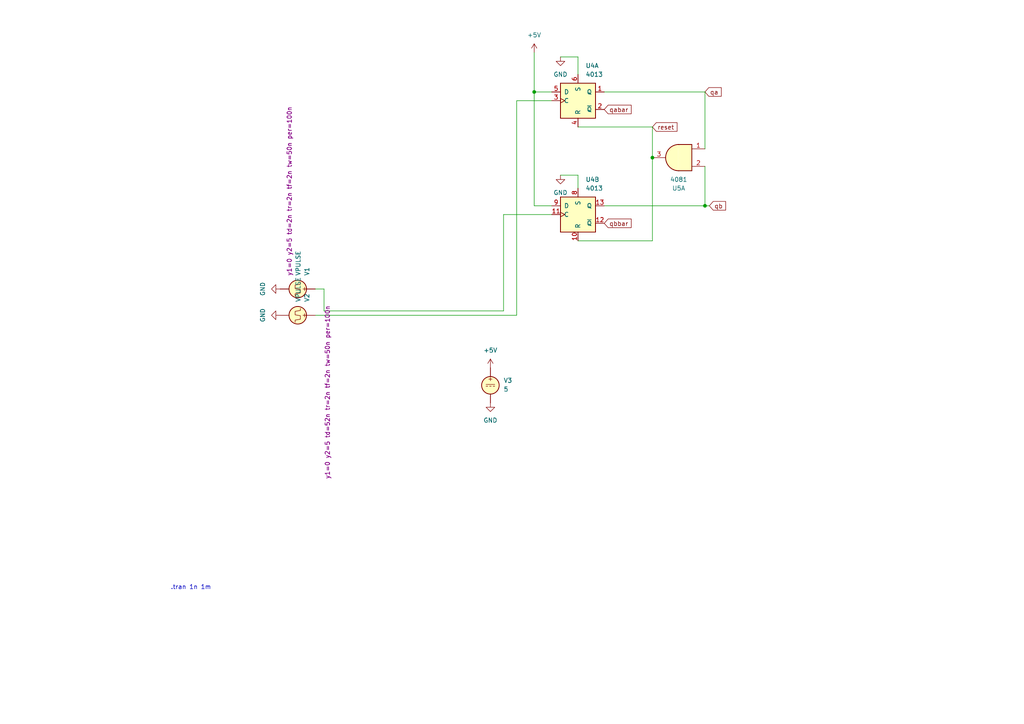
<source format=kicad_sch>
(kicad_sch
	(version 20231120)
	(generator "eeschema")
	(generator_version "8.0")
	(uuid "d3fa7aab-43b9-4a3d-8919-a6a395105479")
	(paper "A4")
	(lib_symbols
		(symbol "4xxx:4013"
			(pin_names
				(offset 1.016)
			)
			(exclude_from_sim no)
			(in_bom yes)
			(on_board yes)
			(property "Reference" "U"
				(at -7.62 8.89 0)
				(effects
					(font
						(size 1.27 1.27)
					)
				)
			)
			(property "Value" "4013"
				(at -7.62 -8.89 0)
				(effects
					(font
						(size 1.27 1.27)
					)
				)
			)
			(property "Footprint" ""
				(at 0 0 0)
				(effects
					(font
						(size 1.27 1.27)
					)
					(hide yes)
				)
			)
			(property "Datasheet" "http://www.onsemi.com/pub/Collateral/MC14013B-D.PDF"
				(at 0 0 0)
				(effects
					(font
						(size 1.27 1.27)
					)
					(hide yes)
				)
			)
			(property "Description" "Dual D  FlipFlop, Set & reset"
				(at 0 0 0)
				(effects
					(font
						(size 1.27 1.27)
					)
					(hide yes)
				)
			)
			(property "ki_locked" ""
				(at 0 0 0)
				(effects
					(font
						(size 1.27 1.27)
					)
				)
			)
			(property "ki_keywords" "CMOS DFF"
				(at 0 0 0)
				(effects
					(font
						(size 1.27 1.27)
					)
					(hide yes)
				)
			)
			(property "ki_fp_filters" "DIP*W7.62mm* SOIC*3.9x9.9mm*P1.27mm* TSSOP*4.4x5mm*P0.65mm*"
				(at 0 0 0)
				(effects
					(font
						(size 1.27 1.27)
					)
					(hide yes)
				)
			)
			(symbol "4013_1_1"
				(rectangle
					(start -5.08 5.08)
					(end 5.08 -5.08)
					(stroke
						(width 0.254)
						(type default)
					)
					(fill
						(type background)
					)
				)
				(pin output line
					(at 7.62 2.54 180)
					(length 2.54)
					(name "Q"
						(effects
							(font
								(size 1.27 1.27)
							)
						)
					)
					(number "1"
						(effects
							(font
								(size 1.27 1.27)
							)
						)
					)
				)
				(pin output line
					(at 7.62 -2.54 180)
					(length 2.54)
					(name "~{Q}"
						(effects
							(font
								(size 1.27 1.27)
							)
						)
					)
					(number "2"
						(effects
							(font
								(size 1.27 1.27)
							)
						)
					)
				)
				(pin input clock
					(at -7.62 0 0)
					(length 2.54)
					(name "C"
						(effects
							(font
								(size 1.27 1.27)
							)
						)
					)
					(number "3"
						(effects
							(font
								(size 1.27 1.27)
							)
						)
					)
				)
				(pin input line
					(at 0 -7.62 90)
					(length 2.54)
					(name "R"
						(effects
							(font
								(size 1.27 1.27)
							)
						)
					)
					(number "4"
						(effects
							(font
								(size 1.27 1.27)
							)
						)
					)
				)
				(pin input line
					(at -7.62 2.54 0)
					(length 2.54)
					(name "D"
						(effects
							(font
								(size 1.27 1.27)
							)
						)
					)
					(number "5"
						(effects
							(font
								(size 1.27 1.27)
							)
						)
					)
				)
				(pin input line
					(at 0 7.62 270)
					(length 2.54)
					(name "S"
						(effects
							(font
								(size 1.27 1.27)
							)
						)
					)
					(number "6"
						(effects
							(font
								(size 1.27 1.27)
							)
						)
					)
				)
			)
			(symbol "4013_2_1"
				(rectangle
					(start -5.08 5.08)
					(end 5.08 -5.08)
					(stroke
						(width 0.254)
						(type default)
					)
					(fill
						(type background)
					)
				)
				(pin input line
					(at 0 -7.62 90)
					(length 2.54)
					(name "R"
						(effects
							(font
								(size 1.27 1.27)
							)
						)
					)
					(number "10"
						(effects
							(font
								(size 1.27 1.27)
							)
						)
					)
				)
				(pin input clock
					(at -7.62 0 0)
					(length 2.54)
					(name "C"
						(effects
							(font
								(size 1.27 1.27)
							)
						)
					)
					(number "11"
						(effects
							(font
								(size 1.27 1.27)
							)
						)
					)
				)
				(pin output line
					(at 7.62 -2.54 180)
					(length 2.54)
					(name "~{Q}"
						(effects
							(font
								(size 1.27 1.27)
							)
						)
					)
					(number "12"
						(effects
							(font
								(size 1.27 1.27)
							)
						)
					)
				)
				(pin output line
					(at 7.62 2.54 180)
					(length 2.54)
					(name "Q"
						(effects
							(font
								(size 1.27 1.27)
							)
						)
					)
					(number "13"
						(effects
							(font
								(size 1.27 1.27)
							)
						)
					)
				)
				(pin input line
					(at 0 7.62 270)
					(length 2.54)
					(name "S"
						(effects
							(font
								(size 1.27 1.27)
							)
						)
					)
					(number "8"
						(effects
							(font
								(size 1.27 1.27)
							)
						)
					)
				)
				(pin input line
					(at -7.62 2.54 0)
					(length 2.54)
					(name "D"
						(effects
							(font
								(size 1.27 1.27)
							)
						)
					)
					(number "9"
						(effects
							(font
								(size 1.27 1.27)
							)
						)
					)
				)
			)
			(symbol "4013_3_0"
				(pin power_in line
					(at 0 10.16 270)
					(length 2.54)
					(name "VDD"
						(effects
							(font
								(size 1.27 1.27)
							)
						)
					)
					(number "14"
						(effects
							(font
								(size 1.27 1.27)
							)
						)
					)
				)
				(pin power_in line
					(at 0 -10.16 90)
					(length 2.54)
					(name "VSS"
						(effects
							(font
								(size 1.27 1.27)
							)
						)
					)
					(number "7"
						(effects
							(font
								(size 1.27 1.27)
							)
						)
					)
				)
			)
			(symbol "4013_3_1"
				(rectangle
					(start -5.08 7.62)
					(end 5.08 -7.62)
					(stroke
						(width 0.254)
						(type default)
					)
					(fill
						(type background)
					)
				)
			)
		)
		(symbol "4xxx:4081"
			(pin_names
				(offset 1.016)
			)
			(exclude_from_sim no)
			(in_bom yes)
			(on_board yes)
			(property "Reference" "U"
				(at 0 1.27 0)
				(effects
					(font
						(size 1.27 1.27)
					)
				)
			)
			(property "Value" "4081"
				(at 0 -1.27 0)
				(effects
					(font
						(size 1.27 1.27)
					)
				)
			)
			(property "Footprint" ""
				(at 0 0 0)
				(effects
					(font
						(size 1.27 1.27)
					)
					(hide yes)
				)
			)
			(property "Datasheet" "http://www.intersil.com/content/dam/Intersil/documents/cd40/cd4073bms-81bms-82bms.pdf"
				(at 0 0 0)
				(effects
					(font
						(size 1.27 1.27)
					)
					(hide yes)
				)
			)
			(property "Description" "Quad And 2 inputs"
				(at 0 0 0)
				(effects
					(font
						(size 1.27 1.27)
					)
					(hide yes)
				)
			)
			(property "ki_locked" ""
				(at 0 0 0)
				(effects
					(font
						(size 1.27 1.27)
					)
				)
			)
			(property "ki_keywords" "CMOS And2"
				(at 0 0 0)
				(effects
					(font
						(size 1.27 1.27)
					)
					(hide yes)
				)
			)
			(property "ki_fp_filters" "DIP?14*"
				(at 0 0 0)
				(effects
					(font
						(size 1.27 1.27)
					)
					(hide yes)
				)
			)
			(symbol "4081_1_1"
				(arc
					(start 0 -3.81)
					(mid 3.7934 0)
					(end 0 3.81)
					(stroke
						(width 0.254)
						(type default)
					)
					(fill
						(type background)
					)
				)
				(polyline
					(pts
						(xy 0 3.81) (xy -3.81 3.81) (xy -3.81 -3.81) (xy 0 -3.81)
					)
					(stroke
						(width 0.254)
						(type default)
					)
					(fill
						(type background)
					)
				)
				(pin input line
					(at -7.62 2.54 0)
					(length 3.81)
					(name "~"
						(effects
							(font
								(size 1.27 1.27)
							)
						)
					)
					(number "1"
						(effects
							(font
								(size 1.27 1.27)
							)
						)
					)
				)
				(pin input line
					(at -7.62 -2.54 0)
					(length 3.81)
					(name "~"
						(effects
							(font
								(size 1.27 1.27)
							)
						)
					)
					(number "2"
						(effects
							(font
								(size 1.27 1.27)
							)
						)
					)
				)
				(pin output line
					(at 7.62 0 180)
					(length 3.81)
					(name "~"
						(effects
							(font
								(size 1.27 1.27)
							)
						)
					)
					(number "3"
						(effects
							(font
								(size 1.27 1.27)
							)
						)
					)
				)
			)
			(symbol "4081_1_2"
				(arc
					(start -3.81 -3.81)
					(mid -2.589 0)
					(end -3.81 3.81)
					(stroke
						(width 0.254)
						(type default)
					)
					(fill
						(type none)
					)
				)
				(arc
					(start -0.6096 -3.81)
					(mid 2.1842 -2.5851)
					(end 3.81 0)
					(stroke
						(width 0.254)
						(type default)
					)
					(fill
						(type background)
					)
				)
				(polyline
					(pts
						(xy -3.81 -3.81) (xy -0.635 -3.81)
					)
					(stroke
						(width 0.254)
						(type default)
					)
					(fill
						(type background)
					)
				)
				(polyline
					(pts
						(xy -3.81 3.81) (xy -0.635 3.81)
					)
					(stroke
						(width 0.254)
						(type default)
					)
					(fill
						(type background)
					)
				)
				(polyline
					(pts
						(xy -0.635 3.81) (xy -3.81 3.81) (xy -3.81 3.81) (xy -3.556 3.4036) (xy -3.0226 2.2606) (xy -2.6924 1.0414)
						(xy -2.6162 -0.254) (xy -2.7686 -1.4986) (xy -3.175 -2.7178) (xy -3.81 -3.81) (xy -3.81 -3.81)
						(xy -0.635 -3.81)
					)
					(stroke
						(width -25.4)
						(type default)
					)
					(fill
						(type background)
					)
				)
				(arc
					(start 3.81 0)
					(mid 2.1915 2.5936)
					(end -0.6096 3.81)
					(stroke
						(width 0.254)
						(type default)
					)
					(fill
						(type background)
					)
				)
				(pin input inverted
					(at -7.62 2.54 0)
					(length 4.318)
					(name "~"
						(effects
							(font
								(size 1.27 1.27)
							)
						)
					)
					(number "1"
						(effects
							(font
								(size 1.27 1.27)
							)
						)
					)
				)
				(pin input inverted
					(at -7.62 -2.54 0)
					(length 4.318)
					(name "~"
						(effects
							(font
								(size 1.27 1.27)
							)
						)
					)
					(number "2"
						(effects
							(font
								(size 1.27 1.27)
							)
						)
					)
				)
				(pin output inverted
					(at 7.62 0 180)
					(length 3.81)
					(name "~"
						(effects
							(font
								(size 1.27 1.27)
							)
						)
					)
					(number "3"
						(effects
							(font
								(size 1.27 1.27)
							)
						)
					)
				)
			)
			(symbol "4081_2_1"
				(arc
					(start 0 -3.81)
					(mid 3.7934 0)
					(end 0 3.81)
					(stroke
						(width 0.254)
						(type default)
					)
					(fill
						(type background)
					)
				)
				(polyline
					(pts
						(xy 0 3.81) (xy -3.81 3.81) (xy -3.81 -3.81) (xy 0 -3.81)
					)
					(stroke
						(width 0.254)
						(type default)
					)
					(fill
						(type background)
					)
				)
				(pin output line
					(at 7.62 0 180)
					(length 3.81)
					(name "~"
						(effects
							(font
								(size 1.27 1.27)
							)
						)
					)
					(number "4"
						(effects
							(font
								(size 1.27 1.27)
							)
						)
					)
				)
				(pin input line
					(at -7.62 2.54 0)
					(length 3.81)
					(name "~"
						(effects
							(font
								(size 1.27 1.27)
							)
						)
					)
					(number "5"
						(effects
							(font
								(size 1.27 1.27)
							)
						)
					)
				)
				(pin input line
					(at -7.62 -2.54 0)
					(length 3.81)
					(name "~"
						(effects
							(font
								(size 1.27 1.27)
							)
						)
					)
					(number "6"
						(effects
							(font
								(size 1.27 1.27)
							)
						)
					)
				)
			)
			(symbol "4081_2_2"
				(arc
					(start -3.81 -3.81)
					(mid -2.589 0)
					(end -3.81 3.81)
					(stroke
						(width 0.254)
						(type default)
					)
					(fill
						(type none)
					)
				)
				(arc
					(start -0.6096 -3.81)
					(mid 2.1842 -2.5851)
					(end 3.81 0)
					(stroke
						(width 0.254)
						(type default)
					)
					(fill
						(type background)
					)
				)
				(polyline
					(pts
						(xy -3.81 -3.81) (xy -0.635 -3.81)
					)
					(stroke
						(width 0.254)
						(type default)
					)
					(fill
						(type background)
					)
				)
				(polyline
					(pts
						(xy -3.81 3.81) (xy -0.635 3.81)
					)
					(stroke
						(width 0.254)
						(type default)
					)
					(fill
						(type background)
					)
				)
				(polyline
					(pts
						(xy -0.635 3.81) (xy -3.81 3.81) (xy -3.81 3.81) (xy -3.556 3.4036) (xy -3.0226 2.2606) (xy -2.6924 1.0414)
						(xy -2.6162 -0.254) (xy -2.7686 -1.4986) (xy -3.175 -2.7178) (xy -3.81 -3.81) (xy -3.81 -3.81)
						(xy -0.635 -3.81)
					)
					(stroke
						(width -25.4)
						(type default)
					)
					(fill
						(type background)
					)
				)
				(arc
					(start 3.81 0)
					(mid 2.1915 2.5936)
					(end -0.6096 3.81)
					(stroke
						(width 0.254)
						(type default)
					)
					(fill
						(type background)
					)
				)
				(pin output inverted
					(at 7.62 0 180)
					(length 3.81)
					(name "~"
						(effects
							(font
								(size 1.27 1.27)
							)
						)
					)
					(number "4"
						(effects
							(font
								(size 1.27 1.27)
							)
						)
					)
				)
				(pin input inverted
					(at -7.62 2.54 0)
					(length 4.318)
					(name "~"
						(effects
							(font
								(size 1.27 1.27)
							)
						)
					)
					(number "5"
						(effects
							(font
								(size 1.27 1.27)
							)
						)
					)
				)
				(pin input inverted
					(at -7.62 -2.54 0)
					(length 4.318)
					(name "~"
						(effects
							(font
								(size 1.27 1.27)
							)
						)
					)
					(number "6"
						(effects
							(font
								(size 1.27 1.27)
							)
						)
					)
				)
			)
			(symbol "4081_3_1"
				(arc
					(start 0 -3.81)
					(mid 3.7934 0)
					(end 0 3.81)
					(stroke
						(width 0.254)
						(type default)
					)
					(fill
						(type background)
					)
				)
				(polyline
					(pts
						(xy 0 3.81) (xy -3.81 3.81) (xy -3.81 -3.81) (xy 0 -3.81)
					)
					(stroke
						(width 0.254)
						(type default)
					)
					(fill
						(type background)
					)
				)
				(pin output line
					(at 7.62 0 180)
					(length 3.81)
					(name "~"
						(effects
							(font
								(size 1.27 1.27)
							)
						)
					)
					(number "10"
						(effects
							(font
								(size 1.27 1.27)
							)
						)
					)
				)
				(pin input line
					(at -7.62 2.54 0)
					(length 3.81)
					(name "~"
						(effects
							(font
								(size 1.27 1.27)
							)
						)
					)
					(number "8"
						(effects
							(font
								(size 1.27 1.27)
							)
						)
					)
				)
				(pin input line
					(at -7.62 -2.54 0)
					(length 3.81)
					(name "~"
						(effects
							(font
								(size 1.27 1.27)
							)
						)
					)
					(number "9"
						(effects
							(font
								(size 1.27 1.27)
							)
						)
					)
				)
			)
			(symbol "4081_3_2"
				(arc
					(start -3.81 -3.81)
					(mid -2.589 0)
					(end -3.81 3.81)
					(stroke
						(width 0.254)
						(type default)
					)
					(fill
						(type none)
					)
				)
				(arc
					(start -0.6096 -3.81)
					(mid 2.1842 -2.5851)
					(end 3.81 0)
					(stroke
						(width 0.254)
						(type default)
					)
					(fill
						(type background)
					)
				)
				(polyline
					(pts
						(xy -3.81 -3.81) (xy -0.635 -3.81)
					)
					(stroke
						(width 0.254)
						(type default)
					)
					(fill
						(type background)
					)
				)
				(polyline
					(pts
						(xy -3.81 3.81) (xy -0.635 3.81)
					)
					(stroke
						(width 0.254)
						(type default)
					)
					(fill
						(type background)
					)
				)
				(polyline
					(pts
						(xy -0.635 3.81) (xy -3.81 3.81) (xy -3.81 3.81) (xy -3.556 3.4036) (xy -3.0226 2.2606) (xy -2.6924 1.0414)
						(xy -2.6162 -0.254) (xy -2.7686 -1.4986) (xy -3.175 -2.7178) (xy -3.81 -3.81) (xy -3.81 -3.81)
						(xy -0.635 -3.81)
					)
					(stroke
						(width -25.4)
						(type default)
					)
					(fill
						(type background)
					)
				)
				(arc
					(start 3.81 0)
					(mid 2.1915 2.5936)
					(end -0.6096 3.81)
					(stroke
						(width 0.254)
						(type default)
					)
					(fill
						(type background)
					)
				)
				(pin output inverted
					(at 7.62 0 180)
					(length 3.81)
					(name "~"
						(effects
							(font
								(size 1.27 1.27)
							)
						)
					)
					(number "10"
						(effects
							(font
								(size 1.27 1.27)
							)
						)
					)
				)
				(pin input inverted
					(at -7.62 2.54 0)
					(length 4.318)
					(name "~"
						(effects
							(font
								(size 1.27 1.27)
							)
						)
					)
					(number "8"
						(effects
							(font
								(size 1.27 1.27)
							)
						)
					)
				)
				(pin input inverted
					(at -7.62 -2.54 0)
					(length 4.318)
					(name "~"
						(effects
							(font
								(size 1.27 1.27)
							)
						)
					)
					(number "9"
						(effects
							(font
								(size 1.27 1.27)
							)
						)
					)
				)
			)
			(symbol "4081_4_1"
				(arc
					(start 0 -3.81)
					(mid 3.7934 0)
					(end 0 3.81)
					(stroke
						(width 0.254)
						(type default)
					)
					(fill
						(type background)
					)
				)
				(polyline
					(pts
						(xy 0 3.81) (xy -3.81 3.81) (xy -3.81 -3.81) (xy 0 -3.81)
					)
					(stroke
						(width 0.254)
						(type default)
					)
					(fill
						(type background)
					)
				)
				(pin output line
					(at 7.62 0 180)
					(length 3.81)
					(name "~"
						(effects
							(font
								(size 1.27 1.27)
							)
						)
					)
					(number "11"
						(effects
							(font
								(size 1.27 1.27)
							)
						)
					)
				)
				(pin input line
					(at -7.62 2.54 0)
					(length 3.81)
					(name "~"
						(effects
							(font
								(size 1.27 1.27)
							)
						)
					)
					(number "12"
						(effects
							(font
								(size 1.27 1.27)
							)
						)
					)
				)
				(pin input line
					(at -7.62 -2.54 0)
					(length 3.81)
					(name "~"
						(effects
							(font
								(size 1.27 1.27)
							)
						)
					)
					(number "13"
						(effects
							(font
								(size 1.27 1.27)
							)
						)
					)
				)
			)
			(symbol "4081_4_2"
				(arc
					(start -3.81 -3.81)
					(mid -2.589 0)
					(end -3.81 3.81)
					(stroke
						(width 0.254)
						(type default)
					)
					(fill
						(type none)
					)
				)
				(arc
					(start -0.6096 -3.81)
					(mid 2.1842 -2.5851)
					(end 3.81 0)
					(stroke
						(width 0.254)
						(type default)
					)
					(fill
						(type background)
					)
				)
				(polyline
					(pts
						(xy -3.81 -3.81) (xy -0.635 -3.81)
					)
					(stroke
						(width 0.254)
						(type default)
					)
					(fill
						(type background)
					)
				)
				(polyline
					(pts
						(xy -3.81 3.81) (xy -0.635 3.81)
					)
					(stroke
						(width 0.254)
						(type default)
					)
					(fill
						(type background)
					)
				)
				(polyline
					(pts
						(xy -0.635 3.81) (xy -3.81 3.81) (xy -3.81 3.81) (xy -3.556 3.4036) (xy -3.0226 2.2606) (xy -2.6924 1.0414)
						(xy -2.6162 -0.254) (xy -2.7686 -1.4986) (xy -3.175 -2.7178) (xy -3.81 -3.81) (xy -3.81 -3.81)
						(xy -0.635 -3.81)
					)
					(stroke
						(width -25.4)
						(type default)
					)
					(fill
						(type background)
					)
				)
				(arc
					(start 3.81 0)
					(mid 2.1915 2.5936)
					(end -0.6096 3.81)
					(stroke
						(width 0.254)
						(type default)
					)
					(fill
						(type background)
					)
				)
				(pin output inverted
					(at 7.62 0 180)
					(length 3.81)
					(name "~"
						(effects
							(font
								(size 1.27 1.27)
							)
						)
					)
					(number "11"
						(effects
							(font
								(size 1.27 1.27)
							)
						)
					)
				)
				(pin input inverted
					(at -7.62 2.54 0)
					(length 4.318)
					(name "~"
						(effects
							(font
								(size 1.27 1.27)
							)
						)
					)
					(number "12"
						(effects
							(font
								(size 1.27 1.27)
							)
						)
					)
				)
				(pin input inverted
					(at -7.62 -2.54 0)
					(length 4.318)
					(name "~"
						(effects
							(font
								(size 1.27 1.27)
							)
						)
					)
					(number "13"
						(effects
							(font
								(size 1.27 1.27)
							)
						)
					)
				)
			)
			(symbol "4081_5_0"
				(pin power_in line
					(at 0 12.7 270)
					(length 5.08)
					(name "VDD"
						(effects
							(font
								(size 1.27 1.27)
							)
						)
					)
					(number "14"
						(effects
							(font
								(size 1.27 1.27)
							)
						)
					)
				)
				(pin power_in line
					(at 0 -12.7 90)
					(length 5.08)
					(name "VSS"
						(effects
							(font
								(size 1.27 1.27)
							)
						)
					)
					(number "7"
						(effects
							(font
								(size 1.27 1.27)
							)
						)
					)
				)
			)
			(symbol "4081_5_1"
				(rectangle
					(start -5.08 7.62)
					(end 5.08 -7.62)
					(stroke
						(width 0.254)
						(type default)
					)
					(fill
						(type background)
					)
				)
			)
		)
		(symbol "Simulation_SPICE:VDC"
			(pin_numbers hide)
			(pin_names
				(offset 0.0254)
			)
			(exclude_from_sim no)
			(in_bom yes)
			(on_board yes)
			(property "Reference" "V"
				(at 2.54 2.54 0)
				(effects
					(font
						(size 1.27 1.27)
					)
					(justify left)
				)
			)
			(property "Value" "1"
				(at 2.54 0 0)
				(effects
					(font
						(size 1.27 1.27)
					)
					(justify left)
				)
			)
			(property "Footprint" ""
				(at 0 0 0)
				(effects
					(font
						(size 1.27 1.27)
					)
					(hide yes)
				)
			)
			(property "Datasheet" "~"
				(at 0 0 0)
				(effects
					(font
						(size 1.27 1.27)
					)
					(hide yes)
				)
			)
			(property "Description" "Voltage source, DC"
				(at 0 0 0)
				(effects
					(font
						(size 1.27 1.27)
					)
					(hide yes)
				)
			)
			(property "Sim.Pins" "1=+ 2=-"
				(at 0 0 0)
				(effects
					(font
						(size 1.27 1.27)
					)
					(hide yes)
				)
			)
			(property "Sim.Type" "DC"
				(at 0 0 0)
				(effects
					(font
						(size 1.27 1.27)
					)
					(hide yes)
				)
			)
			(property "Sim.Device" "V"
				(at 0 0 0)
				(effects
					(font
						(size 1.27 1.27)
					)
					(justify left)
					(hide yes)
				)
			)
			(property "ki_keywords" "simulation"
				(at 0 0 0)
				(effects
					(font
						(size 1.27 1.27)
					)
					(hide yes)
				)
			)
			(symbol "VDC_0_0"
				(polyline
					(pts
						(xy -1.27 0.254) (xy 1.27 0.254)
					)
					(stroke
						(width 0)
						(type default)
					)
					(fill
						(type none)
					)
				)
				(polyline
					(pts
						(xy -0.762 -0.254) (xy -1.27 -0.254)
					)
					(stroke
						(width 0)
						(type default)
					)
					(fill
						(type none)
					)
				)
				(polyline
					(pts
						(xy 0.254 -0.254) (xy -0.254 -0.254)
					)
					(stroke
						(width 0)
						(type default)
					)
					(fill
						(type none)
					)
				)
				(polyline
					(pts
						(xy 1.27 -0.254) (xy 0.762 -0.254)
					)
					(stroke
						(width 0)
						(type default)
					)
					(fill
						(type none)
					)
				)
				(text "+"
					(at 0 1.905 0)
					(effects
						(font
							(size 1.27 1.27)
						)
					)
				)
			)
			(symbol "VDC_0_1"
				(circle
					(center 0 0)
					(radius 2.54)
					(stroke
						(width 0.254)
						(type default)
					)
					(fill
						(type background)
					)
				)
			)
			(symbol "VDC_1_1"
				(pin passive line
					(at 0 5.08 270)
					(length 2.54)
					(name "~"
						(effects
							(font
								(size 1.27 1.27)
							)
						)
					)
					(number "1"
						(effects
							(font
								(size 1.27 1.27)
							)
						)
					)
				)
				(pin passive line
					(at 0 -5.08 90)
					(length 2.54)
					(name "~"
						(effects
							(font
								(size 1.27 1.27)
							)
						)
					)
					(number "2"
						(effects
							(font
								(size 1.27 1.27)
							)
						)
					)
				)
			)
		)
		(symbol "Simulation_SPICE:VPULSE"
			(pin_numbers hide)
			(pin_names
				(offset 0.0254)
			)
			(exclude_from_sim no)
			(in_bom yes)
			(on_board yes)
			(property "Reference" "V"
				(at 2.54 2.54 0)
				(effects
					(font
						(size 1.27 1.27)
					)
					(justify left)
				)
			)
			(property "Value" "VPULSE"
				(at 2.54 0 0)
				(effects
					(font
						(size 1.27 1.27)
					)
					(justify left)
				)
			)
			(property "Footprint" ""
				(at 0 0 0)
				(effects
					(font
						(size 1.27 1.27)
					)
					(hide yes)
				)
			)
			(property "Datasheet" "~"
				(at 0 0 0)
				(effects
					(font
						(size 1.27 1.27)
					)
					(hide yes)
				)
			)
			(property "Description" "Voltage source, pulse"
				(at 0 0 0)
				(effects
					(font
						(size 1.27 1.27)
					)
					(hide yes)
				)
			)
			(property "Sim.Pins" "1=+ 2=-"
				(at 0 0 0)
				(effects
					(font
						(size 1.27 1.27)
					)
					(hide yes)
				)
			)
			(property "Sim.Type" "PULSE"
				(at 0 0 0)
				(effects
					(font
						(size 1.27 1.27)
					)
					(hide yes)
				)
			)
			(property "Sim.Device" "V"
				(at 0 0 0)
				(effects
					(font
						(size 1.27 1.27)
					)
					(justify left)
					(hide yes)
				)
			)
			(property "Sim.Params" "y1=0 y2=1 td=2n tr=2n tf=2n tw=50n per=100n"
				(at 2.54 -2.54 0)
				(effects
					(font
						(size 1.27 1.27)
					)
					(justify left)
				)
			)
			(property "ki_keywords" "simulation"
				(at 0 0 0)
				(effects
					(font
						(size 1.27 1.27)
					)
					(hide yes)
				)
			)
			(symbol "VPULSE_0_0"
				(polyline
					(pts
						(xy -2.032 -0.762) (xy -1.397 -0.762) (xy -1.143 0.762) (xy -0.127 0.762) (xy 0.127 -0.762) (xy 1.143 -0.762)
						(xy 1.397 0.762) (xy 2.032 0.762)
					)
					(stroke
						(width 0)
						(type default)
					)
					(fill
						(type none)
					)
				)
				(text "+"
					(at 0 1.905 0)
					(effects
						(font
							(size 1.27 1.27)
						)
					)
				)
			)
			(symbol "VPULSE_0_1"
				(circle
					(center 0 0)
					(radius 2.54)
					(stroke
						(width 0.254)
						(type default)
					)
					(fill
						(type background)
					)
				)
			)
			(symbol "VPULSE_1_1"
				(pin passive line
					(at 0 5.08 270)
					(length 2.54)
					(name "~"
						(effects
							(font
								(size 1.27 1.27)
							)
						)
					)
					(number "1"
						(effects
							(font
								(size 1.27 1.27)
							)
						)
					)
				)
				(pin passive line
					(at 0 -5.08 90)
					(length 2.54)
					(name "~"
						(effects
							(font
								(size 1.27 1.27)
							)
						)
					)
					(number "2"
						(effects
							(font
								(size 1.27 1.27)
							)
						)
					)
				)
			)
		)
		(symbol "power:+5V"
			(power)
			(pin_names
				(offset 0)
			)
			(exclude_from_sim no)
			(in_bom yes)
			(on_board yes)
			(property "Reference" "#PWR"
				(at 0 -3.81 0)
				(effects
					(font
						(size 1.27 1.27)
					)
					(hide yes)
				)
			)
			(property "Value" "+5V"
				(at 0 3.556 0)
				(effects
					(font
						(size 1.27 1.27)
					)
				)
			)
			(property "Footprint" ""
				(at 0 0 0)
				(effects
					(font
						(size 1.27 1.27)
					)
					(hide yes)
				)
			)
			(property "Datasheet" ""
				(at 0 0 0)
				(effects
					(font
						(size 1.27 1.27)
					)
					(hide yes)
				)
			)
			(property "Description" "Power symbol creates a global label with name \"+5V\""
				(at 0 0 0)
				(effects
					(font
						(size 1.27 1.27)
					)
					(hide yes)
				)
			)
			(property "ki_keywords" "global power"
				(at 0 0 0)
				(effects
					(font
						(size 1.27 1.27)
					)
					(hide yes)
				)
			)
			(symbol "+5V_0_1"
				(polyline
					(pts
						(xy -0.762 1.27) (xy 0 2.54)
					)
					(stroke
						(width 0)
						(type default)
					)
					(fill
						(type none)
					)
				)
				(polyline
					(pts
						(xy 0 0) (xy 0 2.54)
					)
					(stroke
						(width 0)
						(type default)
					)
					(fill
						(type none)
					)
				)
				(polyline
					(pts
						(xy 0 2.54) (xy 0.762 1.27)
					)
					(stroke
						(width 0)
						(type default)
					)
					(fill
						(type none)
					)
				)
			)
			(symbol "+5V_1_1"
				(pin power_in line
					(at 0 0 90)
					(length 0) hide
					(name "+5V"
						(effects
							(font
								(size 1.27 1.27)
							)
						)
					)
					(number "1"
						(effects
							(font
								(size 1.27 1.27)
							)
						)
					)
				)
			)
		)
		(symbol "power:GND"
			(power)
			(pin_names
				(offset 0)
			)
			(exclude_from_sim no)
			(in_bom yes)
			(on_board yes)
			(property "Reference" "#PWR"
				(at 0 -6.35 0)
				(effects
					(font
						(size 1.27 1.27)
					)
					(hide yes)
				)
			)
			(property "Value" "GND"
				(at 0 -3.81 0)
				(effects
					(font
						(size 1.27 1.27)
					)
				)
			)
			(property "Footprint" ""
				(at 0 0 0)
				(effects
					(font
						(size 1.27 1.27)
					)
					(hide yes)
				)
			)
			(property "Datasheet" ""
				(at 0 0 0)
				(effects
					(font
						(size 1.27 1.27)
					)
					(hide yes)
				)
			)
			(property "Description" "Power symbol creates a global label with name \"GND\" , ground"
				(at 0 0 0)
				(effects
					(font
						(size 1.27 1.27)
					)
					(hide yes)
				)
			)
			(property "ki_keywords" "global power"
				(at 0 0 0)
				(effects
					(font
						(size 1.27 1.27)
					)
					(hide yes)
				)
			)
			(symbol "GND_0_1"
				(polyline
					(pts
						(xy 0 0) (xy 0 -1.27) (xy 1.27 -1.27) (xy 0 -2.54) (xy -1.27 -1.27) (xy 0 -1.27)
					)
					(stroke
						(width 0)
						(type default)
					)
					(fill
						(type none)
					)
				)
			)
			(symbol "GND_1_1"
				(pin power_in line
					(at 0 0 270)
					(length 0) hide
					(name "GND"
						(effects
							(font
								(size 1.27 1.27)
							)
						)
					)
					(number "1"
						(effects
							(font
								(size 1.27 1.27)
							)
						)
					)
				)
			)
		)
	)
	(junction
		(at 189.23 45.72)
		(diameter 0)
		(color 0 0 0 0)
		(uuid "ca26af74-0ae1-4e2b-972d-1bd4261eaa02")
	)
	(junction
		(at 204.47 59.69)
		(diameter 0)
		(color 0 0 0 0)
		(uuid "cd381980-2c10-47b9-97a6-7decb3e55310")
	)
	(junction
		(at 154.94 26.67)
		(diameter 0)
		(color 0 0 0 0)
		(uuid "ea3a7e1c-4de3-4530-a41b-aae5006cafb4")
	)
	(wire
		(pts
			(xy 146.05 62.23) (xy 160.02 62.23)
		)
		(stroke
			(width 0)
			(type default)
		)
		(uuid "02c65ab2-e334-445a-8080-e75d239aaeb6")
	)
	(wire
		(pts
			(xy 146.05 90.17) (xy 146.05 62.23)
		)
		(stroke
			(width 0)
			(type default)
		)
		(uuid "0da189c2-42b4-4f0d-8e3c-418f474f3503")
	)
	(wire
		(pts
			(xy 189.23 36.83) (xy 189.23 45.72)
		)
		(stroke
			(width 0)
			(type default)
		)
		(uuid "1f047c96-6354-424c-a96d-8d0f6751c326")
	)
	(wire
		(pts
			(xy 154.94 26.67) (xy 154.94 15.24)
		)
		(stroke
			(width 0)
			(type default)
		)
		(uuid "2554e2bd-89cb-442a-8a62-cb7919495786")
	)
	(wire
		(pts
			(xy 204.47 48.26) (xy 204.47 59.69)
		)
		(stroke
			(width 0)
			(type default)
		)
		(uuid "2b0e2423-1363-483c-8bdb-63c148c445f7")
	)
	(wire
		(pts
			(xy 160.02 26.67) (xy 154.94 26.67)
		)
		(stroke
			(width 0)
			(type default)
		)
		(uuid "2bbbd97d-ac01-47d7-8e62-ce506b60a891")
	)
	(wire
		(pts
			(xy 149.86 29.21) (xy 160.02 29.21)
		)
		(stroke
			(width 0)
			(type default)
		)
		(uuid "32b6953f-246e-4a24-9076-47d69c7cd687")
	)
	(wire
		(pts
			(xy 167.64 21.59) (xy 167.64 16.51)
		)
		(stroke
			(width 0)
			(type default)
		)
		(uuid "33edaf07-ab10-4203-94dd-105ca9c67425")
	)
	(wire
		(pts
			(xy 160.02 59.69) (xy 154.94 59.69)
		)
		(stroke
			(width 0)
			(type default)
		)
		(uuid "3ecc7a3d-1ae5-4632-a71c-fcf1d2cadf5a")
	)
	(wire
		(pts
			(xy 149.86 91.44) (xy 91.44 91.44)
		)
		(stroke
			(width 0)
			(type default)
		)
		(uuid "47d4b711-a56b-471a-8504-6c545c37b29a")
	)
	(wire
		(pts
			(xy 93.98 83.82) (xy 91.44 83.82)
		)
		(stroke
			(width 0)
			(type default)
		)
		(uuid "4d1c646f-1511-4af0-ad30-80d9ae694893")
	)
	(wire
		(pts
			(xy 93.98 90.17) (xy 93.98 83.82)
		)
		(stroke
			(width 0)
			(type default)
		)
		(uuid "4edec8dd-b82f-4270-8aca-8d88056b5894")
	)
	(wire
		(pts
			(xy 175.26 26.67) (xy 204.47 26.67)
		)
		(stroke
			(width 0)
			(type default)
		)
		(uuid "57df9757-034d-47bd-b233-006531f05bcd")
	)
	(wire
		(pts
			(xy 175.26 59.69) (xy 204.47 59.69)
		)
		(stroke
			(width 0)
			(type default)
		)
		(uuid "5bc653a8-a35e-4dce-84a4-46963422312c")
	)
	(wire
		(pts
			(xy 149.86 29.21) (xy 149.86 91.44)
		)
		(stroke
			(width 0)
			(type default)
		)
		(uuid "6efdb599-b4ab-4466-8e13-a7913074a9dd")
	)
	(wire
		(pts
			(xy 204.47 26.67) (xy 204.47 43.18)
		)
		(stroke
			(width 0)
			(type default)
		)
		(uuid "808e6624-c7d8-4ad5-9278-e4d7aae5ceed")
	)
	(wire
		(pts
			(xy 189.23 69.85) (xy 167.64 69.85)
		)
		(stroke
			(width 0)
			(type default)
		)
		(uuid "8e8b965e-8e39-4ddf-a98d-07a94c5cae1d")
	)
	(wire
		(pts
			(xy 167.64 54.61) (xy 167.64 50.8)
		)
		(stroke
			(width 0)
			(type default)
		)
		(uuid "933cefcd-5192-42e9-90c9-7337563c079c")
	)
	(wire
		(pts
			(xy 167.64 36.83) (xy 189.23 36.83)
		)
		(stroke
			(width 0)
			(type default)
		)
		(uuid "99154ee1-e63d-43d3-bc67-c794b4a88551")
	)
	(wire
		(pts
			(xy 204.47 59.69) (xy 205.74 59.69)
		)
		(stroke
			(width 0)
			(type default)
		)
		(uuid "9a4dc48e-9ddd-4398-94a1-93064876a766")
	)
	(wire
		(pts
			(xy 154.94 59.69) (xy 154.94 26.67)
		)
		(stroke
			(width 0)
			(type default)
		)
		(uuid "a58fa1fc-6fc7-4dc8-812f-28f72188c7df")
	)
	(wire
		(pts
			(xy 189.23 45.72) (xy 189.23 69.85)
		)
		(stroke
			(width 0)
			(type default)
		)
		(uuid "b8d638e0-299c-492a-8b9c-e8b5daaa0d46")
	)
	(wire
		(pts
			(xy 167.64 16.51) (xy 162.56 16.51)
		)
		(stroke
			(width 0)
			(type default)
		)
		(uuid "c4e8b0f6-b8e3-49ae-a5bb-b0346d671866")
	)
	(wire
		(pts
			(xy 93.98 90.17) (xy 146.05 90.17)
		)
		(stroke
			(width 0)
			(type default)
		)
		(uuid "f261fdc8-9ed8-41e1-bc7a-bec2e6649aef")
	)
	(wire
		(pts
			(xy 167.64 50.8) (xy 162.56 50.8)
		)
		(stroke
			(width 0)
			(type default)
		)
		(uuid "fd54bd9a-779f-4c60-a606-00dded8676dc")
	)
	(text ".tran 1n 1m"
		(exclude_from_sim no)
		(at 55.372 170.434 0)
		(effects
			(font
				(size 1.27 1.27)
			)
		)
		(uuid "750e2ab9-2bb8-494d-833c-242cf71b5efe")
	)
	(global_label "qabar"
		(shape input)
		(at 175.26 31.75 0)
		(fields_autoplaced yes)
		(effects
			(font
				(size 1.27 1.27)
			)
			(justify left)
		)
		(uuid "7f5ffa23-4afc-479a-afe9-0c6005102fb1")
		(property "Intersheetrefs" "${INTERSHEET_REFS}"
			(at 183.6274 31.75 0)
			(effects
				(font
					(size 1.27 1.27)
				)
				(justify left)
				(hide yes)
			)
		)
	)
	(global_label "reset"
		(shape input)
		(at 189.23 36.83 0)
		(fields_autoplaced yes)
		(effects
			(font
				(size 1.27 1.27)
			)
			(justify left)
		)
		(uuid "a9b2dbfd-c5cb-408a-8790-4b0ef122853b")
		(property "Intersheetrefs" "${INTERSHEET_REFS}"
			(at 196.9324 36.83 0)
			(effects
				(font
					(size 1.27 1.27)
				)
				(justify left)
				(hide yes)
			)
		)
	)
	(global_label "qa"
		(shape input)
		(at 204.47 26.67 0)
		(fields_autoplaced yes)
		(effects
			(font
				(size 1.27 1.27)
			)
			(justify left)
		)
		(uuid "b869562f-8289-4e61-ba2c-daebda8ddc03")
		(property "Intersheetrefs" "${INTERSHEET_REFS}"
			(at 209.7532 26.67 0)
			(effects
				(font
					(size 1.27 1.27)
				)
				(justify left)
				(hide yes)
			)
		)
	)
	(global_label "qb"
		(shape input)
		(at 205.74 59.69 0)
		(fields_autoplaced yes)
		(effects
			(font
				(size 1.27 1.27)
			)
			(justify left)
		)
		(uuid "db3bdde2-8d8a-40f7-aafa-e99d22d0df75")
		(property "Intersheetrefs" "${INTERSHEET_REFS}"
			(at 211.0232 59.69 0)
			(effects
				(font
					(size 1.27 1.27)
				)
				(justify left)
				(hide yes)
			)
		)
	)
	(global_label "qbbar"
		(shape input)
		(at 175.26 64.77 0)
		(fields_autoplaced yes)
		(effects
			(font
				(size 1.27 1.27)
			)
			(justify left)
		)
		(uuid "e35292ba-285e-4604-8f29-6b9af4c770a8")
		(property "Intersheetrefs" "${INTERSHEET_REFS}"
			(at 183.6274 64.77 0)
			(effects
				(font
					(size 1.27 1.27)
				)
				(justify left)
				(hide yes)
			)
		)
	)
	(symbol
		(lib_id "4xxx:4081")
		(at 350.52 64.77 0)
		(unit 3)
		(exclude_from_sim no)
		(in_bom yes)
		(on_board yes)
		(dnp no)
		(fields_autoplaced yes)
		(uuid "08f434d5-6c9b-4ec1-8e13-582387dd3197")
		(property "Reference" "U5"
			(at 350.5117 55.88 0)
			(effects
				(font
					(size 1.27 1.27)
				)
			)
		)
		(property "Value" "4081"
			(at 350.5117 58.42 0)
			(effects
				(font
					(size 1.27 1.27)
				)
			)
		)
		(property "Footprint" ""
			(at 350.52 64.77 0)
			(effects
				(font
					(size 1.27 1.27)
				)
				(hide yes)
			)
		)
		(property "Datasheet" "http://www.intersil.com/content/dam/Intersil/documents/cd40/cd4073bms-81bms-82bms.pdf"
			(at 350.52 64.77 0)
			(effects
				(font
					(size 1.27 1.27)
				)
				(hide yes)
			)
		)
		(property "Description" ""
			(at 350.52 64.77 0)
			(effects
				(font
					(size 1.27 1.27)
				)
				(hide yes)
			)
		)
		(property "Sim.Library" "beyondlogic.dual.lib"
			(at 350.52 64.77 0)
			(effects
				(font
					(size 1.27 1.27)
				)
				(hide yes)
			)
		)
		(property "Sim.Name" "4081B"
			(at 350.52 64.77 0)
			(effects
				(font
					(size 1.27 1.27)
				)
				(hide yes)
			)
		)
		(property "Sim.Device" "SUBCKT"
			(at 350.52 64.77 0)
			(effects
				(font
					(size 1.27 1.27)
				)
				(hide yes)
			)
		)
		(property "Sim.Pins" "1=A1 2=B1 3=Y1 4=Y2 5=A2 6=B2 7=VSS 8=A3 9=B3 10=Y3 11=Y4 12=A4 13=B4 14=VDD"
			(at 350.52 64.77 0)
			(effects
				(font
					(size 1.27 1.27)
				)
				(hide yes)
			)
		)
		(pin "4"
			(uuid "d5de7238-74a9-45d9-b3b5-a8e261d3a205")
		)
		(pin "2"
			(uuid "97f0e659-7755-413f-aa40-0c97a896bf36")
		)
		(pin "3"
			(uuid "2ecbc070-baef-4f62-b719-d5922e17e176")
		)
		(pin "7"
			(uuid "774a79fd-614a-4f65-8a39-f7d76fb251cb")
		)
		(pin "8"
			(uuid "26529d54-259a-4980-a007-816fa2b50890")
		)
		(pin "6"
			(uuid "2c56e8e3-47f6-40e5-afc2-d9d7acd87a56")
		)
		(pin "11"
			(uuid "224ec515-7549-4e8d-b989-67518ececd8f")
		)
		(pin "10"
			(uuid "3c057bb7-0517-4b17-866a-4e2e1debe4c2")
		)
		(pin "1"
			(uuid "38f60b24-836c-4dac-b8da-c5bd24416755")
		)
		(pin "13"
			(uuid "5e806ecc-83a3-432e-bfcb-ce78a33ccef0")
		)
		(pin "9"
			(uuid "6e79b171-82ef-4c6c-89cb-63bcdc88b82f")
		)
		(pin "5"
			(uuid "0aa5e966-92fe-4373-ac2e-8b48435b9422")
		)
		(pin "14"
			(uuid "4e39246b-9c30-4e99-adaf-2fa24c926139")
		)
		(pin "12"
			(uuid "5dc734d7-25d2-458a-9749-032f3b6f0da3")
		)
		(instances
			(project "testphasecomp"
				(path "/d3fa7aab-43b9-4a3d-8919-a6a395105479"
					(reference "U5")
					(unit 3)
				)
			)
		)
	)
	(symbol
		(lib_id "Simulation_SPICE:VDC")
		(at 142.24 111.76 0)
		(unit 1)
		(exclude_from_sim no)
		(in_bom yes)
		(on_board yes)
		(dnp no)
		(fields_autoplaced yes)
		(uuid "1b4e7544-e4c9-4838-be1a-6bdc97da6661")
		(property "Reference" "V3"
			(at 146.05 110.3602 0)
			(effects
				(font
					(size 1.27 1.27)
				)
				(justify left)
			)
		)
		(property "Value" "5"
			(at 146.05 112.9002 0)
			(effects
				(font
					(size 1.27 1.27)
				)
				(justify left)
			)
		)
		(property "Footprint" ""
			(at 142.24 111.76 0)
			(effects
				(font
					(size 1.27 1.27)
				)
				(hide yes)
			)
		)
		(property "Datasheet" "~"
			(at 142.24 111.76 0)
			(effects
				(font
					(size 1.27 1.27)
				)
				(hide yes)
			)
		)
		(property "Description" ""
			(at 142.24 111.76 0)
			(effects
				(font
					(size 1.27 1.27)
				)
				(hide yes)
			)
		)
		(property "Sim.Pins" "1=+ 2=-"
			(at 142.24 111.76 0)
			(effects
				(font
					(size 1.27 1.27)
				)
				(hide yes)
			)
		)
		(property "Sim.Type" "DC"
			(at 142.24 111.76 0)
			(effects
				(font
					(size 1.27 1.27)
				)
				(hide yes)
			)
		)
		(property "Sim.Device" "V"
			(at 142.24 111.76 0)
			(effects
				(font
					(size 1.27 1.27)
				)
				(justify left)
				(hide yes)
			)
		)
		(pin "2"
			(uuid "f841e948-311a-4f7c-af8c-47075f470ff1")
		)
		(pin "1"
			(uuid "b548d1bb-53e5-44e4-ab2c-6a586d49b00d")
		)
		(instances
			(project "testphasecomp"
				(path "/d3fa7aab-43b9-4a3d-8919-a6a395105479"
					(reference "V3")
					(unit 1)
				)
			)
		)
	)
	(symbol
		(lib_id "power:GND")
		(at 81.28 83.82 270)
		(unit 1)
		(exclude_from_sim no)
		(in_bom yes)
		(on_board yes)
		(dnp no)
		(fields_autoplaced yes)
		(uuid "23526e5c-8c00-42bf-860f-622acb2d0d8d")
		(property "Reference" "#PWR01"
			(at 74.93 83.82 0)
			(effects
				(font
					(size 1.27 1.27)
				)
				(hide yes)
			)
		)
		(property "Value" "GND"
			(at 76.2 83.82 0)
			(effects
				(font
					(size 1.27 1.27)
				)
			)
		)
		(property "Footprint" ""
			(at 81.28 83.82 0)
			(effects
				(font
					(size 1.27 1.27)
				)
				(hide yes)
			)
		)
		(property "Datasheet" ""
			(at 81.28 83.82 0)
			(effects
				(font
					(size 1.27 1.27)
				)
				(hide yes)
			)
		)
		(property "Description" "Power symbol creates a global label with name \"GND\" , ground"
			(at 81.28 83.82 0)
			(effects
				(font
					(size 1.27 1.27)
				)
				(hide yes)
			)
		)
		(pin "1"
			(uuid "7be464dd-8769-4ccd-9772-f426ed466c99")
		)
		(instances
			(project "testphasecomp"
				(path "/d3fa7aab-43b9-4a3d-8919-a6a395105479"
					(reference "#PWR01")
					(unit 1)
				)
			)
		)
	)
	(symbol
		(lib_id "4xxx:4081")
		(at 350.52 74.93 0)
		(unit 4)
		(exclude_from_sim no)
		(in_bom yes)
		(on_board yes)
		(dnp no)
		(fields_autoplaced yes)
		(uuid "26566bae-3336-471f-8cf9-0a4ff88824a9")
		(property "Reference" "U5"
			(at 350.5117 66.04 0)
			(effects
				(font
					(size 1.27 1.27)
				)
			)
		)
		(property "Value" "4081"
			(at 350.5117 68.58 0)
			(effects
				(font
					(size 1.27 1.27)
				)
			)
		)
		(property "Footprint" ""
			(at 350.52 74.93 0)
			(effects
				(font
					(size 1.27 1.27)
				)
				(hide yes)
			)
		)
		(property "Datasheet" "http://www.intersil.com/content/dam/Intersil/documents/cd40/cd4073bms-81bms-82bms.pdf"
			(at 350.52 74.93 0)
			(effects
				(font
					(size 1.27 1.27)
				)
				(hide yes)
			)
		)
		(property "Description" ""
			(at 350.52 74.93 0)
			(effects
				(font
					(size 1.27 1.27)
				)
				(hide yes)
			)
		)
		(property "Sim.Library" "beyondlogic.dual.lib"
			(at 350.52 74.93 0)
			(effects
				(font
					(size 1.27 1.27)
				)
				(hide yes)
			)
		)
		(property "Sim.Name" "4081B"
			(at 350.52 74.93 0)
			(effects
				(font
					(size 1.27 1.27)
				)
				(hide yes)
			)
		)
		(property "Sim.Device" "SUBCKT"
			(at 350.52 74.93 0)
			(effects
				(font
					(size 1.27 1.27)
				)
				(hide yes)
			)
		)
		(property "Sim.Pins" "1=A1 2=B1 3=Y1 4=Y2 5=A2 6=B2 7=VSS 8=A3 9=B3 10=Y3 11=Y4 12=A4 13=B4 14=VDD"
			(at 350.52 74.93 0)
			(effects
				(font
					(size 1.27 1.27)
				)
				(hide yes)
			)
		)
		(pin "4"
			(uuid "d5de7238-74a9-45d9-b3b5-a8e261d3a208")
		)
		(pin "2"
			(uuid "97f0e659-7755-413f-aa40-0c97a896bf39")
		)
		(pin "3"
			(uuid "2ecbc070-baef-4f62-b719-d5922e17e179")
		)
		(pin "7"
			(uuid "774a79fd-614a-4f65-8a39-f7d76fb251ce")
		)
		(pin "8"
			(uuid "0499b8e7-e2b3-4038-b936-9e295cd4f8c8")
		)
		(pin "6"
			(uuid "2c56e8e3-47f6-40e5-afc2-d9d7acd87a59")
		)
		(pin "11"
			(uuid "70941425-88dc-4a7a-b82a-76ac26bb6219")
		)
		(pin "10"
			(uuid "2e228645-835d-4dee-a0c0-1a9fb5ce8fcd")
		)
		(pin "1"
			(uuid "38f60b24-836c-4dac-b8da-c5bd24416758")
		)
		(pin "13"
			(uuid "e9c8bc52-b8ad-4a4e-a6c8-a373c718ed50")
		)
		(pin "9"
			(uuid "4362a82a-db6c-4266-afe7-580f048157fb")
		)
		(pin "5"
			(uuid "0aa5e966-92fe-4373-ac2e-8b48435b9425")
		)
		(pin "14"
			(uuid "4e39246b-9c30-4e99-adaf-2fa24c92613c")
		)
		(pin "12"
			(uuid "4b30eb0f-9e7a-4b16-8340-73f4f7a64e02")
		)
		(instances
			(project "testphasecomp"
				(path "/d3fa7aab-43b9-4a3d-8919-a6a395105479"
					(reference "U5")
					(unit 4)
				)
			)
		)
	)
	(symbol
		(lib_id "power:+5V")
		(at 142.24 106.68 0)
		(unit 1)
		(exclude_from_sim no)
		(in_bom yes)
		(on_board yes)
		(dnp no)
		(fields_autoplaced yes)
		(uuid "2fd13d07-2dba-443f-9ba9-5c3554972b51")
		(property "Reference" "#PWR03"
			(at 142.24 110.49 0)
			(effects
				(font
					(size 1.27 1.27)
				)
				(hide yes)
			)
		)
		(property "Value" "+5V"
			(at 142.24 101.6 0)
			(effects
				(font
					(size 1.27 1.27)
				)
			)
		)
		(property "Footprint" ""
			(at 142.24 106.68 0)
			(effects
				(font
					(size 1.27 1.27)
				)
				(hide yes)
			)
		)
		(property "Datasheet" ""
			(at 142.24 106.68 0)
			(effects
				(font
					(size 1.27 1.27)
				)
				(hide yes)
			)
		)
		(property "Description" "Power symbol creates a global label with name \"+5V\""
			(at 142.24 106.68 0)
			(effects
				(font
					(size 1.27 1.27)
				)
				(hide yes)
			)
		)
		(pin "1"
			(uuid "5532f21c-daf3-470f-8de3-97f28a57c09f")
		)
		(instances
			(project "testphasecomp"
				(path "/d3fa7aab-43b9-4a3d-8919-a6a395105479"
					(reference "#PWR03")
					(unit 1)
				)
			)
		)
	)
	(symbol
		(lib_id "power:GND")
		(at 342.9 77.47 0)
		(unit 1)
		(exclude_from_sim no)
		(in_bom yes)
		(on_board yes)
		(dnp no)
		(fields_autoplaced yes)
		(uuid "310c9fc4-b4ba-4eed-a118-26a1eec99278")
		(property "Reference" "#PWR034"
			(at 342.9 83.82 0)
			(effects
				(font
					(size 1.27 1.27)
				)
				(hide yes)
			)
		)
		(property "Value" "GND"
			(at 342.9 82.55 0)
			(effects
				(font
					(size 1.27 1.27)
				)
			)
		)
		(property "Footprint" ""
			(at 342.9 77.47 0)
			(effects
				(font
					(size 1.27 1.27)
				)
				(hide yes)
			)
		)
		(property "Datasheet" ""
			(at 342.9 77.47 0)
			(effects
				(font
					(size 1.27 1.27)
				)
				(hide yes)
			)
		)
		(property "Description" ""
			(at 342.9 77.47 0)
			(effects
				(font
					(size 1.27 1.27)
				)
				(hide yes)
			)
		)
		(pin "1"
			(uuid "06a12128-d3d4-4a84-99af-48764ac09e17")
		)
		(instances
			(project "testphasecomp"
				(path "/d3fa7aab-43b9-4a3d-8919-a6a395105479"
					(reference "#PWR034")
					(unit 1)
				)
			)
		)
	)
	(symbol
		(lib_id "power:GND")
		(at 342.9 67.31 0)
		(unit 1)
		(exclude_from_sim no)
		(in_bom yes)
		(on_board yes)
		(dnp no)
		(fields_autoplaced yes)
		(uuid "34f10010-04a3-4567-826b-e4f33ceaff1d")
		(property "Reference" "#PWR032"
			(at 342.9 73.66 0)
			(effects
				(font
					(size 1.27 1.27)
				)
				(hide yes)
			)
		)
		(property "Value" "GND"
			(at 342.9 72.39 0)
			(effects
				(font
					(size 1.27 1.27)
				)
			)
		)
		(property "Footprint" ""
			(at 342.9 67.31 0)
			(effects
				(font
					(size 1.27 1.27)
				)
				(hide yes)
			)
		)
		(property "Datasheet" ""
			(at 342.9 67.31 0)
			(effects
				(font
					(size 1.27 1.27)
				)
				(hide yes)
			)
		)
		(property "Description" ""
			(at 342.9 67.31 0)
			(effects
				(font
					(size 1.27 1.27)
				)
				(hide yes)
			)
		)
		(pin "1"
			(uuid "c1dc7852-2fe5-400d-bb13-5bb7a14cbe32")
		)
		(instances
			(project "testphasecomp"
				(path "/d3fa7aab-43b9-4a3d-8919-a6a395105479"
					(reference "#PWR032")
					(unit 1)
				)
			)
		)
	)
	(symbol
		(lib_id "4xxx:4081")
		(at 340.36 119.38 0)
		(unit 5)
		(exclude_from_sim no)
		(in_bom yes)
		(on_board yes)
		(dnp no)
		(uuid "48f2bb65-b748-45c3-8b87-d1879dbf0123")
		(property "Reference" "U5"
			(at 346.71 118.11 0)
			(effects
				(font
					(size 1.27 1.27)
				)
				(justify left)
			)
		)
		(property "Value" "4081"
			(at 346.71 120.65 0)
			(effects
				(font
					(size 1.27 1.27)
				)
				(justify left)
			)
		)
		(property "Footprint" ""
			(at 340.36 119.38 0)
			(effects
				(font
					(size 1.27 1.27)
				)
				(hide yes)
			)
		)
		(property "Datasheet" "http://www.intersil.com/content/dam/Intersil/documents/cd40/cd4073bms-81bms-82bms.pdf"
			(at 340.36 119.38 0)
			(effects
				(font
					(size 1.27 1.27)
				)
				(hide yes)
			)
		)
		(property "Description" ""
			(at 340.36 119.38 0)
			(effects
				(font
					(size 1.27 1.27)
				)
				(hide yes)
			)
		)
		(property "Sim.Library" "beyondlogic.dual.lib"
			(at 340.36 119.38 0)
			(effects
				(font
					(size 1.27 1.27)
				)
				(hide yes)
			)
		)
		(property "Sim.Name" "4081B"
			(at 340.36 119.38 0)
			(effects
				(font
					(size 1.27 1.27)
				)
				(hide yes)
			)
		)
		(property "Sim.Device" "SUBCKT"
			(at 340.36 119.38 0)
			(effects
				(font
					(size 1.27 1.27)
				)
				(hide yes)
			)
		)
		(property "Sim.Pins" "1=A1 2=B1 3=Y1 4=Y2 5=A2 6=B2 7=VSS 8=A3 9=B3 10=Y3 11=Y4 12=A4 13=B4 14=VDD"
			(at 340.36 119.38 0)
			(effects
				(font
					(size 1.27 1.27)
				)
				(hide yes)
			)
		)
		(pin "4"
			(uuid "d5de7238-74a9-45d9-b3b5-a8e261d3a206")
		)
		(pin "2"
			(uuid "97f0e659-7755-413f-aa40-0c97a896bf37")
		)
		(pin "3"
			(uuid "2ecbc070-baef-4f62-b719-d5922e17e177")
		)
		(pin "7"
			(uuid "2d805058-7736-4c08-986f-1af3a7cf74e9")
		)
		(pin "8"
			(uuid "0499b8e7-e2b3-4038-b936-9e295cd4f8c6")
		)
		(pin "6"
			(uuid "2c56e8e3-47f6-40e5-afc2-d9d7acd87a57")
		)
		(pin "11"
			(uuid "224ec515-7549-4e8d-b989-67518ececd90")
		)
		(pin "10"
			(uuid "2e228645-835d-4dee-a0c0-1a9fb5ce8fcb")
		)
		(pin "1"
			(uuid "38f60b24-836c-4dac-b8da-c5bd24416756")
		)
		(pin "13"
			(uuid "5e806ecc-83a3-432e-bfcb-ce78a33ccef1")
		)
		(pin "9"
			(uuid "4362a82a-db6c-4266-afe7-580f048157f9")
		)
		(pin "5"
			(uuid "0aa5e966-92fe-4373-ac2e-8b48435b9423")
		)
		(pin "14"
			(uuid "f12b917c-708b-4e3f-b2e0-1beae7072c0a")
		)
		(pin "12"
			(uuid "5dc734d7-25d2-458a-9749-032f3b6f0da4")
		)
		(instances
			(project "testphasecomp"
				(path "/d3fa7aab-43b9-4a3d-8919-a6a395105479"
					(reference "U5")
					(unit 5)
				)
			)
		)
	)
	(symbol
		(lib_id "power:GND")
		(at 340.36 132.08 0)
		(unit 1)
		(exclude_from_sim no)
		(in_bom yes)
		(on_board yes)
		(dnp no)
		(fields_autoplaced yes)
		(uuid "4f2d59ea-853d-456c-936d-7754574ecf93")
		(property "Reference" "#PWR028"
			(at 340.36 138.43 0)
			(effects
				(font
					(size 1.27 1.27)
				)
				(hide yes)
			)
		)
		(property "Value" "GND"
			(at 340.36 137.16 0)
			(effects
				(font
					(size 1.27 1.27)
				)
			)
		)
		(property "Footprint" ""
			(at 340.36 132.08 0)
			(effects
				(font
					(size 1.27 1.27)
				)
				(hide yes)
			)
		)
		(property "Datasheet" ""
			(at 340.36 132.08 0)
			(effects
				(font
					(size 1.27 1.27)
				)
				(hide yes)
			)
		)
		(property "Description" ""
			(at 340.36 132.08 0)
			(effects
				(font
					(size 1.27 1.27)
				)
				(hide yes)
			)
		)
		(pin "1"
			(uuid "31340c6c-8035-41ff-923d-243a81e9f663")
		)
		(instances
			(project "testphasecomp"
				(path "/d3fa7aab-43b9-4a3d-8919-a6a395105479"
					(reference "#PWR028")
					(unit 1)
				)
			)
		)
	)
	(symbol
		(lib_id "4xxx:4013")
		(at 167.64 29.21 0)
		(unit 1)
		(exclude_from_sim no)
		(in_bom yes)
		(on_board yes)
		(dnp no)
		(fields_autoplaced yes)
		(uuid "6185879a-4e92-48b4-9d85-006d456bce05")
		(property "Reference" "U4"
			(at 169.8341 19.05 0)
			(effects
				(font
					(size 1.27 1.27)
				)
				(justify left)
			)
		)
		(property "Value" "4013"
			(at 169.8341 21.59 0)
			(effects
				(font
					(size 1.27 1.27)
				)
				(justify left)
			)
		)
		(property "Footprint" ""
			(at 167.64 29.21 0)
			(effects
				(font
					(size 1.27 1.27)
				)
				(hide yes)
			)
		)
		(property "Datasheet" "http://www.onsemi.com/pub/Collateral/MC14013B-D.PDF"
			(at 167.64 29.21 0)
			(effects
				(font
					(size 1.27 1.27)
				)
				(hide yes)
			)
		)
		(property "Description" "Dual D  FlipFlop, Set & reset"
			(at 167.64 29.21 0)
			(effects
				(font
					(size 1.27 1.27)
				)
				(hide yes)
			)
		)
		(property "Sim.Library" "beyondlogic.dual.lib"
			(at 167.64 29.21 0)
			(effects
				(font
					(size 1.27 1.27)
				)
				(hide yes)
			)
		)
		(property "Sim.Name" "CD4013Bm"
			(at 167.64 29.21 0)
			(effects
				(font
					(size 1.27 1.27)
				)
				(hide yes)
			)
		)
		(property "Sim.Device" "SUBCKT"
			(at 167.64 29.21 0)
			(effects
				(font
					(size 1.27 1.27)
				)
				(hide yes)
			)
		)
		(property "Sim.Pins" "1=Q1 2=Q1N 3=CLOCK1 4=RESET1 5=D1 6=SET1 7=VSS 8=SET2 9=D2 10=RESET2 11=CLOCK2 12=Q2N 13=Q2 14=VDD"
			(at 167.64 29.21 0)
			(effects
				(font
					(size 1.27 1.27)
				)
				(hide yes)
			)
		)
		(pin "11"
			(uuid "fffa4507-2380-42b0-96f3-7f4124bb79d5")
		)
		(pin "3"
			(uuid "39afb244-6f56-4631-bb08-da4f4132f2d9")
		)
		(pin "9"
			(uuid "8f269be9-0b5e-4ddc-b621-c3c26870baff")
		)
		(pin "4"
			(uuid "3f17f28d-1187-481d-9ce3-2bffa54057d6")
		)
		(pin "7"
			(uuid "c28a045f-4a67-485b-ac95-30e054e8b0f1")
		)
		(pin "12"
			(uuid "d9ec1d53-11c3-43b2-a2f8-697519e419a2")
		)
		(pin "8"
			(uuid "3fffc45b-f853-4113-8c9c-61c2cb91ac55")
		)
		(pin "6"
			(uuid "ee01b38c-13be-4529-87ee-942c63d62a5d")
		)
		(pin "5"
			(uuid "940ece89-09fe-4dd6-a935-2c195e8afb9a")
		)
		(pin "13"
			(uuid "aa66cba8-7e89-4e96-8431-ea0b11d1c7c6")
		)
		(pin "10"
			(uuid "bc3e9a30-0532-43d3-815a-c3b473f6111c")
		)
		(pin "14"
			(uuid "67bfc4a2-a481-4ba2-b01c-ac38e8e71bb9")
		)
		(pin "2"
			(uuid "0fbc6cd0-7fe8-40dc-aab7-85e21ea903e7")
		)
		(pin "1"
			(uuid "71a71dc8-0e1e-4c8f-8919-7535acc8d2e0")
		)
		(instances
			(project "testphasecomp"
				(path "/d3fa7aab-43b9-4a3d-8919-a6a395105479"
					(reference "U4")
					(unit 1)
				)
			)
		)
	)
	(symbol
		(lib_id "power:GND")
		(at 81.28 91.44 270)
		(unit 1)
		(exclude_from_sim no)
		(in_bom yes)
		(on_board yes)
		(dnp no)
		(fields_autoplaced yes)
		(uuid "6296f020-416b-49e7-b0d3-a8d345ac605d")
		(property "Reference" "#PWR02"
			(at 74.93 91.44 0)
			(effects
				(font
					(size 1.27 1.27)
				)
				(hide yes)
			)
		)
		(property "Value" "GND"
			(at 76.2 91.44 0)
			(effects
				(font
					(size 1.27 1.27)
				)
			)
		)
		(property "Footprint" ""
			(at 81.28 91.44 0)
			(effects
				(font
					(size 1.27 1.27)
				)
				(hide yes)
			)
		)
		(property "Datasheet" ""
			(at 81.28 91.44 0)
			(effects
				(font
					(size 1.27 1.27)
				)
				(hide yes)
			)
		)
		(property "Description" "Power symbol creates a global label with name \"GND\" , ground"
			(at 81.28 91.44 0)
			(effects
				(font
					(size 1.27 1.27)
				)
				(hide yes)
			)
		)
		(pin "1"
			(uuid "29f42bdc-e956-41b7-9810-2bd4c6eaf502")
		)
		(instances
			(project "testphasecomp"
				(path "/d3fa7aab-43b9-4a3d-8919-a6a395105479"
					(reference "#PWR02")
					(unit 1)
				)
			)
		)
	)
	(symbol
		(lib_id "power:GND")
		(at 317.5 127 0)
		(unit 1)
		(exclude_from_sim no)
		(in_bom yes)
		(on_board yes)
		(dnp no)
		(fields_autoplaced yes)
		(uuid "6ecab190-bdf9-4256-bbdd-226c57ae0725")
		(property "Reference" "#PWR026"
			(at 317.5 133.35 0)
			(effects
				(font
					(size 1.27 1.27)
				)
				(hide yes)
			)
		)
		(property "Value" "GND"
			(at 317.5 132.08 0)
			(effects
				(font
					(size 1.27 1.27)
				)
			)
		)
		(property "Footprint" ""
			(at 317.5 127 0)
			(effects
				(font
					(size 1.27 1.27)
				)
				(hide yes)
			)
		)
		(property "Datasheet" ""
			(at 317.5 127 0)
			(effects
				(font
					(size 1.27 1.27)
				)
				(hide yes)
			)
		)
		(property "Description" ""
			(at 317.5 127 0)
			(effects
				(font
					(size 1.27 1.27)
				)
				(hide yes)
			)
		)
		(pin "1"
			(uuid "2349d290-34fa-4c39-9c5c-ba731b3fdc55")
		)
		(instances
			(project "testphasecomp"
				(path "/d3fa7aab-43b9-4a3d-8919-a6a395105479"
					(reference "#PWR026")
					(unit 1)
				)
			)
		)
	)
	(symbol
		(lib_id "4xxx:4081")
		(at 350.52 54.61 0)
		(unit 2)
		(exclude_from_sim no)
		(in_bom yes)
		(on_board yes)
		(dnp no)
		(fields_autoplaced yes)
		(uuid "7f3a0aac-a27a-4218-bb92-615c2852dcd8")
		(property "Reference" "U5"
			(at 350.5117 45.72 0)
			(effects
				(font
					(size 1.27 1.27)
				)
			)
		)
		(property "Value" "4081"
			(at 350.5117 48.26 0)
			(effects
				(font
					(size 1.27 1.27)
				)
			)
		)
		(property "Footprint" ""
			(at 350.52 54.61 0)
			(effects
				(font
					(size 1.27 1.27)
				)
				(hide yes)
			)
		)
		(property "Datasheet" "http://www.intersil.com/content/dam/Intersil/documents/cd40/cd4073bms-81bms-82bms.pdf"
			(at 350.52 54.61 0)
			(effects
				(font
					(size 1.27 1.27)
				)
				(hide yes)
			)
		)
		(property "Description" ""
			(at 350.52 54.61 0)
			(effects
				(font
					(size 1.27 1.27)
				)
				(hide yes)
			)
		)
		(property "Sim.Library" "beyondlogic.dual.lib"
			(at 350.52 54.61 0)
			(effects
				(font
					(size 1.27 1.27)
				)
				(hide yes)
			)
		)
		(property "Sim.Name" "4081B"
			(at 350.52 54.61 0)
			(effects
				(font
					(size 1.27 1.27)
				)
				(hide yes)
			)
		)
		(property "Sim.Device" "SUBCKT"
			(at 350.52 54.61 0)
			(effects
				(font
					(size 1.27 1.27)
				)
				(hide yes)
			)
		)
		(property "Sim.Pins" "1=A1 2=B1 3=Y1 4=Y2 5=A2 6=B2 7=VSS 8=A3 9=B3 10=Y3 11=Y4 12=A4 13=B4 14=VDD"
			(at 350.52 54.61 0)
			(effects
				(font
					(size 1.27 1.27)
				)
				(hide yes)
			)
		)
		(pin "4"
			(uuid "d96a6103-adb0-409f-8903-489918e1f9fb")
		)
		(pin "2"
			(uuid "97f0e659-7755-413f-aa40-0c97a896bf38")
		)
		(pin "3"
			(uuid "2ecbc070-baef-4f62-b719-d5922e17e178")
		)
		(pin "7"
			(uuid "774a79fd-614a-4f65-8a39-f7d76fb251cd")
		)
		(pin "8"
			(uuid "0499b8e7-e2b3-4038-b936-9e295cd4f8c7")
		)
		(pin "6"
			(uuid "04018c35-6358-4bc3-a219-a499b22bce42")
		)
		(pin "11"
			(uuid "224ec515-7549-4e8d-b989-67518ececd91")
		)
		(pin "10"
			(uuid "2e228645-835d-4dee-a0c0-1a9fb5ce8fcc")
		)
		(pin "1"
			(uuid "38f60b24-836c-4dac-b8da-c5bd24416757")
		)
		(pin "13"
			(uuid "5e806ecc-83a3-432e-bfcb-ce78a33ccef2")
		)
		(pin "9"
			(uuid "4362a82a-db6c-4266-afe7-580f048157fa")
		)
		(pin "5"
			(uuid "feea599a-4896-4705-aadf-a9c8768d9271")
		)
		(pin "14"
			(uuid "4e39246b-9c30-4e99-adaf-2fa24c92613b")
		)
		(pin "12"
			(uuid "5dc734d7-25d2-458a-9749-032f3b6f0da5")
		)
		(instances
			(project "testphasecomp"
				(path "/d3fa7aab-43b9-4a3d-8919-a6a395105479"
					(reference "U5")
					(unit 2)
				)
			)
		)
	)
	(symbol
		(lib_id "power:GND")
		(at 342.9 57.15 0)
		(unit 1)
		(exclude_from_sim no)
		(in_bom yes)
		(on_board yes)
		(dnp no)
		(fields_autoplaced yes)
		(uuid "a35f8d32-28b7-4753-a7dd-7985cfd1b013")
		(property "Reference" "#PWR030"
			(at 342.9 63.5 0)
			(effects
				(font
					(size 1.27 1.27)
				)
				(hide yes)
			)
		)
		(property "Value" "GND"
			(at 342.9 62.23 0)
			(effects
				(font
					(size 1.27 1.27)
				)
			)
		)
		(property "Footprint" ""
			(at 342.9 57.15 0)
			(effects
				(font
					(size 1.27 1.27)
				)
				(hide yes)
			)
		)
		(property "Datasheet" ""
			(at 342.9 57.15 0)
			(effects
				(font
					(size 1.27 1.27)
				)
				(hide yes)
			)
		)
		(property "Description" ""
			(at 342.9 57.15 0)
			(effects
				(font
					(size 1.27 1.27)
				)
				(hide yes)
			)
		)
		(pin "1"
			(uuid "e74092e7-831a-4fe4-97b9-c8af14ca889a")
		)
		(instances
			(project "testphasecomp"
				(path "/d3fa7aab-43b9-4a3d-8919-a6a395105479"
					(reference "#PWR030")
					(unit 1)
				)
			)
		)
	)
	(symbol
		(lib_id "power:GND")
		(at 342.9 52.07 0)
		(unit 1)
		(exclude_from_sim no)
		(in_bom yes)
		(on_board yes)
		(dnp no)
		(fields_autoplaced yes)
		(uuid "a3676741-3adc-4c9e-a56e-4cce77f55c6c")
		(property "Reference" "#PWR029"
			(at 342.9 58.42 0)
			(effects
				(font
					(size 1.27 1.27)
				)
				(hide yes)
			)
		)
		(property "Value" "GND"
			(at 342.9 57.15 0)
			(effects
				(font
					(size 1.27 1.27)
				)
			)
		)
		(property "Footprint" ""
			(at 342.9 52.07 0)
			(effects
				(font
					(size 1.27 1.27)
				)
				(hide yes)
			)
		)
		(property "Datasheet" ""
			(at 342.9 52.07 0)
			(effects
				(font
					(size 1.27 1.27)
				)
				(hide yes)
			)
		)
		(property "Description" ""
			(at 342.9 52.07 0)
			(effects
				(font
					(size 1.27 1.27)
				)
				(hide yes)
			)
		)
		(pin "1"
			(uuid "e3a0c59d-2ab9-44b3-bcc9-b302ecaca585")
		)
		(instances
			(project "testphasecomp"
				(path "/d3fa7aab-43b9-4a3d-8919-a6a395105479"
					(reference "#PWR029")
					(unit 1)
				)
			)
		)
	)
	(symbol
		(lib_id "Simulation_SPICE:VPULSE")
		(at 86.36 83.82 270)
		(mirror x)
		(unit 1)
		(exclude_from_sim no)
		(in_bom yes)
		(on_board yes)
		(dnp no)
		(uuid "ac0ed0b4-cc27-45d1-9bf8-0cfbdbcebf06")
		(property "Reference" "V1"
			(at 89.0298 80.01 0)
			(effects
				(font
					(size 1.27 1.27)
				)
				(justify left)
			)
		)
		(property "Value" "VPULSE"
			(at 86.4898 80.01 0)
			(effects
				(font
					(size 1.27 1.27)
				)
				(justify left)
			)
		)
		(property "Footprint" ""
			(at 86.36 83.82 0)
			(effects
				(font
					(size 1.27 1.27)
				)
				(hide yes)
			)
		)
		(property "Datasheet" "~"
			(at 86.36 83.82 0)
			(effects
				(font
					(size 1.27 1.27)
				)
				(hide yes)
			)
		)
		(property "Description" "Voltage source, pulse"
			(at 86.36 83.82 0)
			(effects
				(font
					(size 1.27 1.27)
				)
				(hide yes)
			)
		)
		(property "Sim.Pins" "1=+ 2=-"
			(at 86.36 83.82 0)
			(effects
				(font
					(size 1.27 1.27)
				)
				(hide yes)
			)
		)
		(property "Sim.Type" "PULSE"
			(at 86.36 83.82 0)
			(effects
				(font
					(size 1.27 1.27)
				)
				(hide yes)
			)
		)
		(property "Sim.Device" "V"
			(at 86.36 83.82 0)
			(effects
				(font
					(size 1.27 1.27)
				)
				(justify left)
				(hide yes)
			)
		)
		(property "Sim.Params" "y1=0 y2=5 td=2n tr=2n tf=2n tw=50n per=100n"
			(at 83.9498 80.01 0)
			(effects
				(font
					(size 1.27 1.27)
				)
				(justify left)
			)
		)
		(pin "1"
			(uuid "ee64ddb1-5316-48a1-98dd-c9fae88aa873")
		)
		(pin "2"
			(uuid "3cc8a7c3-06d8-4f60-bcf8-f05cbc19dbf7")
		)
		(instances
			(project "testphasecomp"
				(path "/d3fa7aab-43b9-4a3d-8919-a6a395105479"
					(reference "V1")
					(unit 1)
				)
			)
		)
	)
	(symbol
		(lib_id "power:GND")
		(at 342.9 62.23 0)
		(unit 1)
		(exclude_from_sim no)
		(in_bom yes)
		(on_board yes)
		(dnp no)
		(fields_autoplaced yes)
		(uuid "b265bcfe-2868-431c-95de-adaf73e8e9d4")
		(property "Reference" "#PWR031"
			(at 342.9 68.58 0)
			(effects
				(font
					(size 1.27 1.27)
				)
				(hide yes)
			)
		)
		(property "Value" "GND"
			(at 342.9 67.31 0)
			(effects
				(font
					(size 1.27 1.27)
				)
			)
		)
		(property "Footprint" ""
			(at 342.9 62.23 0)
			(effects
				(font
					(size 1.27 1.27)
				)
				(hide yes)
			)
		)
		(property "Datasheet" ""
			(at 342.9 62.23 0)
			(effects
				(font
					(size 1.27 1.27)
				)
				(hide yes)
			)
		)
		(property "Description" ""
			(at 342.9 62.23 0)
			(effects
				(font
					(size 1.27 1.27)
				)
				(hide yes)
			)
		)
		(pin "1"
			(uuid "fcc44a2e-fa51-4c36-a699-6fffaf1e2c12")
		)
		(instances
			(project "testphasecomp"
				(path "/d3fa7aab-43b9-4a3d-8919-a6a395105479"
					(reference "#PWR031")
					(unit 1)
				)
			)
		)
	)
	(symbol
		(lib_id "power:GND")
		(at 162.56 16.51 0)
		(unit 1)
		(exclude_from_sim no)
		(in_bom yes)
		(on_board yes)
		(dnp no)
		(fields_autoplaced yes)
		(uuid "b48e958a-8486-4290-890c-434147b0fce3")
		(property "Reference" "#PWR022"
			(at 162.56 22.86 0)
			(effects
				(font
					(size 1.27 1.27)
				)
				(hide yes)
			)
		)
		(property "Value" "GND"
			(at 162.56 21.59 0)
			(effects
				(font
					(size 1.27 1.27)
				)
			)
		)
		(property "Footprint" ""
			(at 162.56 16.51 0)
			(effects
				(font
					(size 1.27 1.27)
				)
				(hide yes)
			)
		)
		(property "Datasheet" ""
			(at 162.56 16.51 0)
			(effects
				(font
					(size 1.27 1.27)
				)
				(hide yes)
			)
		)
		(property "Description" "Power symbol creates a global label with name \"GND\" , ground"
			(at 162.56 16.51 0)
			(effects
				(font
					(size 1.27 1.27)
				)
				(hide yes)
			)
		)
		(pin "1"
			(uuid "81658fdd-6c48-49bf-9f4e-3b2c3fcd98a9")
		)
		(instances
			(project "testphasecomp"
				(path "/d3fa7aab-43b9-4a3d-8919-a6a395105479"
					(reference "#PWR022")
					(unit 1)
				)
			)
		)
	)
	(symbol
		(lib_id "power:+5V")
		(at 340.36 106.68 0)
		(unit 1)
		(exclude_from_sim no)
		(in_bom yes)
		(on_board yes)
		(dnp no)
		(fields_autoplaced yes)
		(uuid "b6d53b20-f51b-4696-8a88-0f36a165fe3e")
		(property "Reference" "#PWR027"
			(at 340.36 110.49 0)
			(effects
				(font
					(size 1.27 1.27)
				)
				(hide yes)
			)
		)
		(property "Value" "+5V"
			(at 340.36 101.6 0)
			(effects
				(font
					(size 1.27 1.27)
				)
			)
		)
		(property "Footprint" ""
			(at 340.36 106.68 0)
			(effects
				(font
					(size 1.27 1.27)
				)
				(hide yes)
			)
		)
		(property "Datasheet" ""
			(at 340.36 106.68 0)
			(effects
				(font
					(size 1.27 1.27)
				)
				(hide yes)
			)
		)
		(property "Description" "Power symbol creates a global label with name \"+5V\""
			(at 340.36 106.68 0)
			(effects
				(font
					(size 1.27 1.27)
				)
				(hide yes)
			)
		)
		(pin "1"
			(uuid "75156e02-9cf0-4612-aa5e-5bab4a6d49f6")
		)
		(instances
			(project "testphasecomp"
				(path "/d3fa7aab-43b9-4a3d-8919-a6a395105479"
					(reference "#PWR027")
					(unit 1)
				)
			)
		)
	)
	(symbol
		(lib_id "4xxx:4013")
		(at 167.64 62.23 0)
		(unit 2)
		(exclude_from_sim no)
		(in_bom yes)
		(on_board yes)
		(dnp no)
		(fields_autoplaced yes)
		(uuid "bd555001-b426-44a7-bd3e-3b34aa9decaf")
		(property "Reference" "U4"
			(at 169.8341 52.07 0)
			(effects
				(font
					(size 1.27 1.27)
				)
				(justify left)
			)
		)
		(property "Value" "4013"
			(at 169.8341 54.61 0)
			(effects
				(font
					(size 1.27 1.27)
				)
				(justify left)
			)
		)
		(property "Footprint" ""
			(at 167.64 62.23 0)
			(effects
				(font
					(size 1.27 1.27)
				)
				(hide yes)
			)
		)
		(property "Datasheet" "http://www.onsemi.com/pub/Collateral/MC14013B-D.PDF"
			(at 167.64 62.23 0)
			(effects
				(font
					(size 1.27 1.27)
				)
				(hide yes)
			)
		)
		(property "Description" "Dual D  FlipFlop, Set & reset"
			(at 167.64 62.23 0)
			(effects
				(font
					(size 1.27 1.27)
				)
				(hide yes)
			)
		)
		(property "Sim.Library" "beyondlogic.dual.lib"
			(at 167.64 62.23 0)
			(effects
				(font
					(size 1.27 1.27)
				)
				(hide yes)
			)
		)
		(property "Sim.Name" "CD4013Bm"
			(at 167.64 62.23 0)
			(effects
				(font
					(size 1.27 1.27)
				)
				(hide yes)
			)
		)
		(property "Sim.Device" "SUBCKT"
			(at 167.64 62.23 0)
			(effects
				(font
					(size 1.27 1.27)
				)
				(hide yes)
			)
		)
		(property "Sim.Pins" "1=Q1 2=Q1N 3=CLOCK1 4=RESET1 5=D1 6=SET1 7=VSS 8=SET2 9=D2 10=RESET2 11=CLOCK2 12=Q2N 13=Q2 14=VDD"
			(at 167.64 62.23 0)
			(effects
				(font
					(size 1.27 1.27)
				)
				(hide yes)
			)
		)
		(pin "11"
			(uuid "762df294-88ff-442e-b300-b445353245c0")
		)
		(pin "3"
			(uuid "e49f5d2f-de67-44ac-b7ec-b62b1f2c6b01")
		)
		(pin "9"
			(uuid "a2862203-1319-4011-97fe-a32c5029a97b")
		)
		(pin "4"
			(uuid "ffc44d9b-43ec-4ec3-9552-f8caf27985ca")
		)
		(pin "7"
			(uuid "c28a045f-4a67-485b-ac95-30e054e8b0f0")
		)
		(pin "12"
			(uuid "e9ab6a38-5d1b-4634-8511-628b39a96775")
		)
		(pin "8"
			(uuid "c34c377a-73a7-4927-ab92-8a7933bae102")
		)
		(pin "6"
			(uuid "32225f15-0eed-4afc-908e-b32d45c53d6c")
		)
		(pin "5"
			(uuid "f57d52a9-f4ca-4317-81c5-44e2bf5f2c2b")
		)
		(pin "13"
			(uuid "c64f4cc9-a59b-4529-b635-40bcedc1b628")
		)
		(pin "10"
			(uuid "a6783bf6-efee-4638-bd6e-ed3f4b03d636")
		)
		(pin "14"
			(uuid "67bfc4a2-a481-4ba2-b01c-ac38e8e71bb8")
		)
		(pin "2"
			(uuid "1157c4c3-2e3b-4150-b23a-7ebffdcf71fc")
		)
		(pin "1"
			(uuid "8443ae86-0a8b-4dcd-aa65-8498c58b23be")
		)
		(instances
			(project "testphasecomp"
				(path "/d3fa7aab-43b9-4a3d-8919-a6a395105479"
					(reference "U4")
					(unit 2)
				)
			)
		)
	)
	(symbol
		(lib_id "power:+5V")
		(at 317.5 106.68 0)
		(unit 1)
		(exclude_from_sim no)
		(in_bom yes)
		(on_board yes)
		(dnp no)
		(fields_autoplaced yes)
		(uuid "cf3565d6-a625-46a6-9ac6-c252eb300a75")
		(property "Reference" "#PWR025"
			(at 317.5 110.49 0)
			(effects
				(font
					(size 1.27 1.27)
				)
				(hide yes)
			)
		)
		(property "Value" "+5V"
			(at 317.5 101.6 0)
			(effects
				(font
					(size 1.27 1.27)
				)
			)
		)
		(property "Footprint" ""
			(at 317.5 106.68 0)
			(effects
				(font
					(size 1.27 1.27)
				)
				(hide yes)
			)
		)
		(property "Datasheet" ""
			(at 317.5 106.68 0)
			(effects
				(font
					(size 1.27 1.27)
				)
				(hide yes)
			)
		)
		(property "Description" "Power symbol creates a global label with name \"+5V\""
			(at 317.5 106.68 0)
			(effects
				(font
					(size 1.27 1.27)
				)
				(hide yes)
			)
		)
		(pin "1"
			(uuid "375d6179-fbb0-4ab3-a312-c3cf7b0f5534")
		)
		(instances
			(project "testphasecomp"
				(path "/d3fa7aab-43b9-4a3d-8919-a6a395105479"
					(reference "#PWR025")
					(unit 1)
				)
			)
		)
	)
	(symbol
		(lib_id "power:GND")
		(at 342.9 72.39 0)
		(unit 1)
		(exclude_from_sim no)
		(in_bom yes)
		(on_board yes)
		(dnp no)
		(fields_autoplaced yes)
		(uuid "cfbd43ed-6707-4123-9ed6-8d20b03f25e3")
		(property "Reference" "#PWR033"
			(at 342.9 78.74 0)
			(effects
				(font
					(size 1.27 1.27)
				)
				(hide yes)
			)
		)
		(property "Value" "GND"
			(at 342.9 77.47 0)
			(effects
				(font
					(size 1.27 1.27)
				)
			)
		)
		(property "Footprint" ""
			(at 342.9 72.39 0)
			(effects
				(font
					(size 1.27 1.27)
				)
				(hide yes)
			)
		)
		(property "Datasheet" ""
			(at 342.9 72.39 0)
			(effects
				(font
					(size 1.27 1.27)
				)
				(hide yes)
			)
		)
		(property "Description" ""
			(at 342.9 72.39 0)
			(effects
				(font
					(size 1.27 1.27)
				)
				(hide yes)
			)
		)
		(pin "1"
			(uuid "52d4f092-37ef-4ab7-ba80-4c504fe331df")
		)
		(instances
			(project "testphasecomp"
				(path "/d3fa7aab-43b9-4a3d-8919-a6a395105479"
					(reference "#PWR033")
					(unit 1)
				)
			)
		)
	)
	(symbol
		(lib_id "power:+5V")
		(at 154.94 15.24 0)
		(unit 1)
		(exclude_from_sim no)
		(in_bom yes)
		(on_board yes)
		(dnp no)
		(fields_autoplaced yes)
		(uuid "de1441aa-d9e3-42ad-904f-81d71810516f")
		(property "Reference" "#PWR021"
			(at 154.94 19.05 0)
			(effects
				(font
					(size 1.27 1.27)
				)
				(hide yes)
			)
		)
		(property "Value" "+5V"
			(at 154.94 10.16 0)
			(effects
				(font
					(size 1.27 1.27)
				)
			)
		)
		(property "Footprint" ""
			(at 154.94 15.24 0)
			(effects
				(font
					(size 1.27 1.27)
				)
				(hide yes)
			)
		)
		(property "Datasheet" ""
			(at 154.94 15.24 0)
			(effects
				(font
					(size 1.27 1.27)
				)
				(hide yes)
			)
		)
		(property "Description" "Power symbol creates a global label with name \"+5V\""
			(at 154.94 15.24 0)
			(effects
				(font
					(size 1.27 1.27)
				)
				(hide yes)
			)
		)
		(pin "1"
			(uuid "4a5ae21c-02a2-4db0-b1b1-28765a9e4bd5")
		)
		(instances
			(project "testphasecomp"
				(path "/d3fa7aab-43b9-4a3d-8919-a6a395105479"
					(reference "#PWR021")
					(unit 1)
				)
			)
		)
	)
	(symbol
		(lib_id "4xxx:4081")
		(at 196.85 45.72 0)
		(mirror y)
		(unit 1)
		(exclude_from_sim no)
		(in_bom yes)
		(on_board yes)
		(dnp no)
		(uuid "e7578555-1325-48d7-8b5c-f375458d25e7")
		(property "Reference" "U5"
			(at 196.8583 54.61 0)
			(effects
				(font
					(size 1.27 1.27)
				)
			)
		)
		(property "Value" "4081"
			(at 196.8583 52.07 0)
			(effects
				(font
					(size 1.27 1.27)
				)
			)
		)
		(property "Footprint" ""
			(at 196.85 45.72 0)
			(effects
				(font
					(size 1.27 1.27)
				)
				(hide yes)
			)
		)
		(property "Datasheet" "http://www.intersil.com/content/dam/Intersil/documents/cd40/cd4073bms-81bms-82bms.pdf"
			(at 196.85 45.72 0)
			(effects
				(font
					(size 1.27 1.27)
				)
				(hide yes)
			)
		)
		(property "Description" "Quad And 2 inputs"
			(at 196.85 45.72 0)
			(effects
				(font
					(size 1.27 1.27)
				)
				(hide yes)
			)
		)
		(property "Sim.Library" "beyondlogic.dual.lib"
			(at 196.85 45.72 0)
			(effects
				(font
					(size 1.27 1.27)
				)
				(hide yes)
			)
		)
		(property "Sim.Name" "4081B"
			(at 196.85 45.72 0)
			(effects
				(font
					(size 1.27 1.27)
				)
				(hide yes)
			)
		)
		(property "Sim.Device" "SUBCKT"
			(at 196.85 45.72 0)
			(effects
				(font
					(size 1.27 1.27)
				)
				(hide yes)
			)
		)
		(property "Sim.Pins" "1=A1 2=B1 3=Y1 4=Y2 5=A2 6=B2 7=VSS 8=A3 9=B3 10=Y3 11=Y4 12=A4 13=B4 14=VDD"
			(at 196.85 45.72 0)
			(effects
				(font
					(size 1.27 1.27)
				)
				(hide yes)
			)
		)
		(pin "4"
			(uuid "d5de7238-74a9-45d9-b3b5-a8e261d3a204")
		)
		(pin "2"
			(uuid "41dfd4c5-ad17-4505-b271-5d2dcbfbfbee")
		)
		(pin "3"
			(uuid "779d9890-95cd-482c-be1f-26af74e27ffa")
		)
		(pin "7"
			(uuid "774a79fd-614a-4f65-8a39-f7d76fb251ca")
		)
		(pin "8"
			(uuid "0499b8e7-e2b3-4038-b936-9e295cd4f8c4")
		)
		(pin "6"
			(uuid "2c56e8e3-47f6-40e5-afc2-d9d7acd87a55")
		)
		(pin "11"
			(uuid "224ec515-7549-4e8d-b989-67518ececd8e")
		)
		(pin "10"
			(uuid "2e228645-835d-4dee-a0c0-1a9fb5ce8fc9")
		)
		(pin "1"
			(uuid "c22244b2-3d7a-4a03-849c-262b38caa0e8")
		)
		(pin "13"
			(uuid "5e806ecc-83a3-432e-bfcb-ce78a33cceef")
		)
		(pin "9"
			(uuid "4362a82a-db6c-4266-afe7-580f048157f7")
		)
		(pin "5"
			(uuid "0aa5e966-92fe-4373-ac2e-8b48435b9421")
		)
		(pin "14"
			(uuid "4e39246b-9c30-4e99-adaf-2fa24c926138")
		)
		(pin "12"
			(uuid "5dc734d7-25d2-458a-9749-032f3b6f0da2")
		)
		(instances
			(project "testphasecomp"
				(path "/d3fa7aab-43b9-4a3d-8919-a6a395105479"
					(reference "U5")
					(unit 1)
				)
			)
		)
	)
	(symbol
		(lib_id "power:GND")
		(at 162.56 50.8 0)
		(unit 1)
		(exclude_from_sim no)
		(in_bom yes)
		(on_board yes)
		(dnp no)
		(fields_autoplaced yes)
		(uuid "eef142b5-9fd3-4e54-9195-f29823dd8512")
		(property "Reference" "#PWR023"
			(at 162.56 57.15 0)
			(effects
				(font
					(size 1.27 1.27)
				)
				(hide yes)
			)
		)
		(property "Value" "GND"
			(at 162.56 55.88 0)
			(effects
				(font
					(size 1.27 1.27)
				)
			)
		)
		(property "Footprint" ""
			(at 162.56 50.8 0)
			(effects
				(font
					(size 1.27 1.27)
				)
				(hide yes)
			)
		)
		(property "Datasheet" ""
			(at 162.56 50.8 0)
			(effects
				(font
					(size 1.27 1.27)
				)
				(hide yes)
			)
		)
		(property "Description" "Power symbol creates a global label with name \"GND\" , ground"
			(at 162.56 50.8 0)
			(effects
				(font
					(size 1.27 1.27)
				)
				(hide yes)
			)
		)
		(pin "1"
			(uuid "9994ebf8-e144-471c-b626-cd86e870ba28")
		)
		(instances
			(project "testphasecomp"
				(path "/d3fa7aab-43b9-4a3d-8919-a6a395105479"
					(reference "#PWR023")
					(unit 1)
				)
			)
		)
	)
	(symbol
		(lib_id "Simulation_SPICE:VPULSE")
		(at 86.36 91.44 270)
		(mirror x)
		(unit 1)
		(exclude_from_sim no)
		(in_bom yes)
		(on_board yes)
		(dnp no)
		(uuid "f0d57a80-171b-45be-8a4a-82df89d9e09c")
		(property "Reference" "V2"
			(at 89.0298 87.63 0)
			(effects
				(font
					(size 1.27 1.27)
				)
				(justify left)
			)
		)
		(property "Value" "VPULSE"
			(at 86.4898 87.63 0)
			(effects
				(font
					(size 1.27 1.27)
				)
				(justify left)
			)
		)
		(property "Footprint" ""
			(at 86.36 91.44 0)
			(effects
				(font
					(size 1.27 1.27)
				)
				(hide yes)
			)
		)
		(property "Datasheet" "~"
			(at 86.36 91.44 0)
			(effects
				(font
					(size 1.27 1.27)
				)
				(hide yes)
			)
		)
		(property "Description" "Voltage source, pulse"
			(at 86.36 91.44 0)
			(effects
				(font
					(size 1.27 1.27)
				)
				(hide yes)
			)
		)
		(property "Sim.Pins" "1=+ 2=-"
			(at 86.36 91.44 0)
			(effects
				(font
					(size 1.27 1.27)
				)
				(hide yes)
			)
		)
		(property "Sim.Type" "PULSE"
			(at 86.36 91.44 0)
			(effects
				(font
					(size 1.27 1.27)
				)
				(hide yes)
			)
		)
		(property "Sim.Device" "V"
			(at 86.36 91.44 0)
			(effects
				(font
					(size 1.27 1.27)
				)
				(justify left)
				(hide yes)
			)
		)
		(property "Sim.Params" "y1=0 y2=5 td=52n tr=2n tf=2n tw=50n per=100n"
			(at 94.996 138.938 0)
			(effects
				(font
					(size 1.27 1.27)
				)
				(justify left)
			)
		)
		(pin "1"
			(uuid "2414ad70-f2dd-4c37-9902-c81b363e3aae")
		)
		(pin "2"
			(uuid "013ac14f-fbee-4ed3-945f-68fb779ba931")
		)
		(instances
			(project "testphasecomp"
				(path "/d3fa7aab-43b9-4a3d-8919-a6a395105479"
					(reference "V2")
					(unit 1)
				)
			)
		)
	)
	(symbol
		(lib_id "power:GND")
		(at 142.24 116.84 0)
		(unit 1)
		(exclude_from_sim no)
		(in_bom yes)
		(on_board yes)
		(dnp no)
		(fields_autoplaced yes)
		(uuid "f5c7d8dd-6181-4fb1-a07e-a1dd58ddee4a")
		(property "Reference" "#PWR04"
			(at 142.24 123.19 0)
			(effects
				(font
					(size 1.27 1.27)
				)
				(hide yes)
			)
		)
		(property "Value" "GND"
			(at 142.24 121.92 0)
			(effects
				(font
					(size 1.27 1.27)
				)
			)
		)
		(property "Footprint" ""
			(at 142.24 116.84 0)
			(effects
				(font
					(size 1.27 1.27)
				)
				(hide yes)
			)
		)
		(property "Datasheet" ""
			(at 142.24 116.84 0)
			(effects
				(font
					(size 1.27 1.27)
				)
				(hide yes)
			)
		)
		(property "Description" ""
			(at 142.24 116.84 0)
			(effects
				(font
					(size 1.27 1.27)
				)
				(hide yes)
			)
		)
		(pin "1"
			(uuid "b61ed61f-42c0-456a-903e-a375f9b41a0f")
		)
		(instances
			(project "testphasecomp"
				(path "/d3fa7aab-43b9-4a3d-8919-a6a395105479"
					(reference "#PWR04")
					(unit 1)
				)
			)
		)
	)
	(symbol
		(lib_id "4xxx:4013")
		(at 317.5 116.84 0)
		(unit 3)
		(exclude_from_sim no)
		(in_bom yes)
		(on_board yes)
		(dnp no)
		(fields_autoplaced yes)
		(uuid "fcf2b469-5a0b-4c44-b462-59016d1e0128")
		(property "Reference" "U4"
			(at 323.85 115.5699 0)
			(effects
				(font
					(size 1.27 1.27)
				)
				(justify left)
			)
		)
		(property "Value" "4013"
			(at 323.85 118.1099 0)
			(effects
				(font
					(size 1.27 1.27)
				)
				(justify left)
			)
		)
		(property "Footprint" ""
			(at 317.5 116.84 0)
			(effects
				(font
					(size 1.27 1.27)
				)
				(hide yes)
			)
		)
		(property "Datasheet" "http://www.onsemi.com/pub/Collateral/MC14013B-D.PDF"
			(at 317.5 116.84 0)
			(effects
				(font
					(size 1.27 1.27)
				)
				(hide yes)
			)
		)
		(property "Description" "Dual D  FlipFlop, Set & reset"
			(at 317.5 116.84 0)
			(effects
				(font
					(size 1.27 1.27)
				)
				(hide yes)
			)
		)
		(property "Sim.Library" "beyondlogic.dual.lib"
			(at 317.5 116.84 0)
			(effects
				(font
					(size 1.27 1.27)
				)
				(hide yes)
			)
		)
		(property "Sim.Name" "CD4013Bm"
			(at 317.5 116.84 0)
			(effects
				(font
					(size 1.27 1.27)
				)
				(hide yes)
			)
		)
		(property "Sim.Device" "SUBCKT"
			(at 317.5 116.84 0)
			(effects
				(font
					(size 1.27 1.27)
				)
				(hide yes)
			)
		)
		(property "Sim.Pins" "1=Q1 2=Q1N 3=CLOCK1 4=RESET1 5=D1 6=SET1 7=VSS 8=SET2 9=D2 10=RESET2 11=CLOCK2 12=Q2N 13=Q2 14=VDD"
			(at 317.5 116.84 0)
			(effects
				(font
					(size 1.27 1.27)
				)
				(hide yes)
			)
		)
		(pin "11"
			(uuid "fffa4507-2380-42b0-96f3-7f4124bb79d3")
		)
		(pin "3"
			(uuid "e49f5d2f-de67-44ac-b7ec-b62b1f2c6b00")
		)
		(pin "9"
			(uuid "8f269be9-0b5e-4ddc-b621-c3c26870bafd")
		)
		(pin "4"
			(uuid "ffc44d9b-43ec-4ec3-9552-f8caf27985c9")
		)
		(pin "7"
			(uuid "79b0e998-e9a0-401b-9ac6-86108beaf475")
		)
		(pin "12"
			(uuid "d9ec1d53-11c3-43b2-a2f8-697519e419a0")
		)
		(pin "8"
			(uuid "3fffc45b-f853-4113-8c9c-61c2cb91ac53")
		)
		(pin "6"
			(uuid "32225f15-0eed-4afc-908e-b32d45c53d6b")
		)
		(pin "5"
			(uuid "f57d52a9-f4ca-4317-81c5-44e2bf5f2c2a")
		)
		(pin "13"
			(uuid "aa66cba8-7e89-4e96-8431-ea0b11d1c7c4")
		)
		(pin "10"
			(uuid "bc3e9a30-0532-43d3-815a-c3b473f6111a")
		)
		(pin "14"
			(uuid "2e87e6d1-61bb-4452-a5aa-7b3e6ca0bab7")
		)
		(pin "2"
			(uuid "1157c4c3-2e3b-4150-b23a-7ebffdcf71fb")
		)
		(pin "1"
			(uuid "8443ae86-0a8b-4dcd-aa65-8498c58b23bd")
		)
		(instances
			(project "testphasecomp"
				(path "/d3fa7aab-43b9-4a3d-8919-a6a395105479"
					(reference "U4")
					(unit 3)
				)
			)
		)
	)
	(sheet_instances
		(path "/"
			(page "1")
		)
	)
)
</source>
